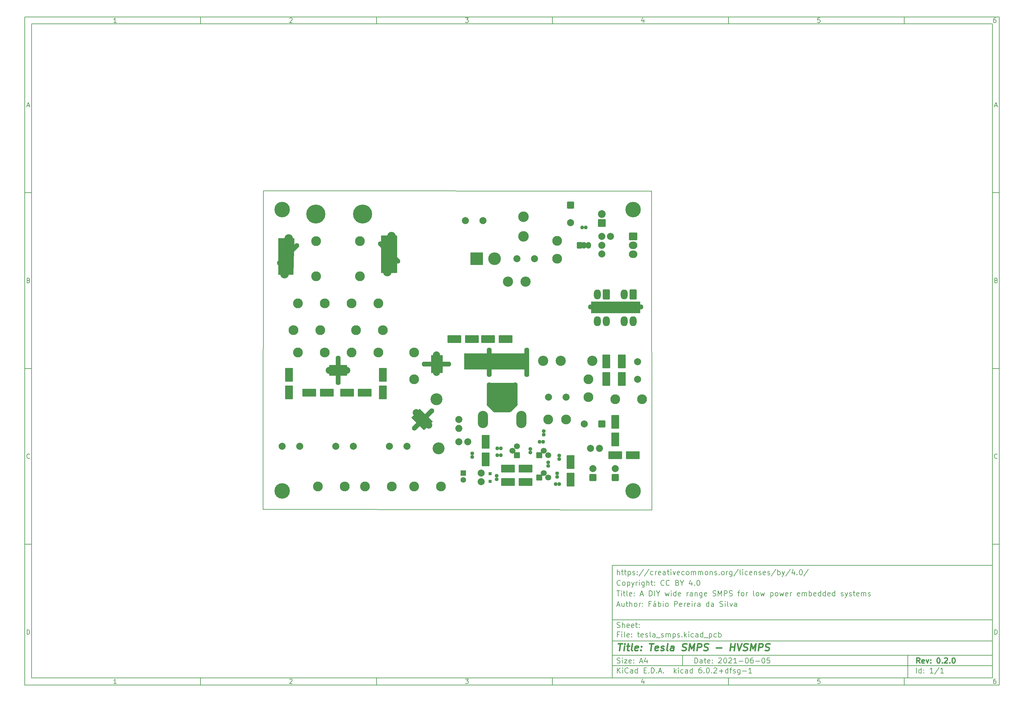
<source format=gbr>
%TF.GenerationSoftware,KiCad,Pcbnew,6.0.2+dfsg-1*%
%TF.CreationDate,2024-06-16T14:38:52-03:00*%
%TF.ProjectId,tesla_smps,7465736c-615f-4736-9d70-732e6b696361,0.2.0*%
%TF.SameCoordinates,Original*%
%TF.FileFunction,Soldermask,Bot*%
%TF.FilePolarity,Negative*%
%FSLAX46Y46*%
G04 Gerber Fmt 4.6, Leading zero omitted, Abs format (unit mm)*
G04 Created by KiCad (PCBNEW 6.0.2+dfsg-1) date 2024-06-16 14:38:52*
%MOMM*%
%LPD*%
G01*
G04 APERTURE LIST*
G04 Aperture macros list*
%AMRoundRect*
0 Rectangle with rounded corners*
0 $1 Rounding radius*
0 $2 $3 $4 $5 $6 $7 $8 $9 X,Y pos of 4 corners*
0 Add a 4 corners polygon primitive as box body*
4,1,4,$2,$3,$4,$5,$6,$7,$8,$9,$2,$3,0*
0 Add four circle primitives for the rounded corners*
1,1,$1+$1,$2,$3*
1,1,$1+$1,$4,$5*
1,1,$1+$1,$6,$7*
1,1,$1+$1,$8,$9*
0 Add four rect primitives between the rounded corners*
20,1,$1+$1,$2,$3,$4,$5,0*
20,1,$1+$1,$4,$5,$6,$7,0*
20,1,$1+$1,$6,$7,$8,$9,0*
20,1,$1+$1,$8,$9,$2,$3,0*%
%AMHorizOval*
0 Thick line with rounded ends*
0 $1 width*
0 $2 $3 position (X,Y) of the first rounded end (center of the circle)*
0 $4 $5 position (X,Y) of the second rounded end (center of the circle)*
0 Add line between two ends*
20,1,$1,$2,$3,$4,$5,0*
0 Add two circle primitives to create the rounded ends*
1,1,$1,$2,$3*
1,1,$1,$4,$5*%
G04 Aperture macros list end*
%ADD10C,0.100000*%
%ADD11C,0.150000*%
%ADD12C,0.300000*%
%ADD13C,0.400000*%
%TA.AperFunction,Profile*%
%ADD14C,0.150000*%
%TD*%
%ADD15RoundRect,0.200000X-0.800000X0.800000X-0.800000X-0.800000X0.800000X-0.800000X0.800000X0.800000X0*%
%ADD16C,2.000000*%
%ADD17RoundRect,0.200000X0.800000X-0.800000X0.800000X0.800000X-0.800000X0.800000X-0.800000X-0.800000X0*%
%ADD18RoundRect,0.200000X0.800000X0.800000X-0.800000X0.800000X-0.800000X-0.800000X0.800000X-0.800000X0*%
%ADD19RoundRect,0.200000X-0.600000X0.600000X-0.600000X-0.600000X0.600000X-0.600000X0.600000X0.600000X0*%
%ADD20C,1.600000*%
%ADD21RoundRect,0.200000X-1.600000X-1.600000X1.600000X-1.600000X1.600000X1.600000X-1.600000X1.600000X0*%
%ADD22O,3.600000X3.600000*%
%ADD23RoundRect,0.200000X0.900000X-0.900000X0.900000X0.900000X-0.900000X0.900000X-0.900000X-0.900000X0*%
%ADD24C,2.200000*%
%ADD25RoundRect,0.200000X-0.650000X-0.650000X0.650000X-0.650000X0.650000X0.650000X-0.650000X0.650000X0*%
%ADD26C,1.700000*%
%ADD27C,2.410000*%
%ADD28C,2.800000*%
%ADD29RoundRect,0.200000X-1.015000X-0.865000X1.015000X-0.865000X1.015000X0.865000X-1.015000X0.865000X0*%
%ADD30O,2.430000X2.130000*%
%ADD31C,3.000000*%
%ADD32C,5.400000*%
%ADD33O,2.800000X2.800000*%
%ADD34O,2.000000X2.000000*%
%ADD35RoundRect,0.200000X-0.525000X-0.750000X0.525000X-0.750000X0.525000X0.750000X-0.525000X0.750000X0*%
%ADD36O,1.450000X1.900000*%
%ADD37O,5.400000X1.400000*%
%ADD38O,1.400000X6.900000*%
%ADD39HorizOval,1.400000X-0.795495X0.795495X0.795495X-0.795495X0*%
%ADD40HorizOval,1.400000X0.795495X0.795495X-0.795495X-0.795495X0*%
%ADD41O,2.900000X4.900000*%
%ADD42RoundRect,0.200000X0.650000X-0.650000X0.650000X0.650000X-0.650000X0.650000X-0.650000X-0.650000X0*%
%ADD43C,3.400000*%
%ADD44RoundRect,0.200000X-0.800000X1.200000X-0.800000X-1.200000X0.800000X-1.200000X0.800000X1.200000X0*%
%ADD45O,2.000000X2.800000*%
%ADD46C,4.400000*%
%ADD47O,1.400000X8.400000*%
%ADD48O,8.400000X1.400000*%
%ADD49HorizOval,1.400000X2.474874X2.474874X-2.474874X-2.474874X0*%
%ADD50HorizOval,1.400000X-2.474874X2.474874X2.474874X-2.474874X0*%
%ADD51C,2.900000*%
%ADD52RoundRect,0.200000X0.900000X-1.750000X0.900000X1.750000X-0.900000X1.750000X-0.900000X-1.750000X0*%
%ADD53RoundRect,0.200000X-1.750000X-0.900000X1.750000X-0.900000X1.750000X0.900000X-1.750000X0.900000X0*%
%ADD54RoundRect,0.200000X1.750000X0.900000X-1.750000X0.900000X-1.750000X-0.900000X1.750000X-0.900000X0*%
%ADD55RoundRect,0.200000X-0.250000X0.250000X-0.250000X-0.250000X0.250000X-0.250000X0.250000X0.250000X0*%
%ADD56RoundRect,0.200000X-0.900000X1.750000X-0.900000X-1.750000X0.900000X-1.750000X0.900000X1.750000X0*%
%ADD57RoundRect,0.335000X-0.135000X-0.185000X0.135000X-0.185000X0.135000X0.185000X-0.135000X0.185000X0*%
%ADD58RoundRect,0.335000X0.135000X0.185000X-0.135000X0.185000X-0.135000X-0.185000X0.135000X-0.185000X0*%
%ADD59RoundRect,0.335000X-0.185000X0.135000X-0.185000X-0.135000X0.185000X-0.135000X0.185000X0.135000X0*%
%ADD60RoundRect,0.335000X0.185000X-0.135000X0.185000X0.135000X-0.185000X0.135000X-0.185000X-0.135000X0*%
G04 APERTURE END LIST*
D10*
D11*
X177002200Y-166007200D02*
X177002200Y-198007200D01*
X285002200Y-198007200D01*
X285002200Y-166007200D01*
X177002200Y-166007200D01*
D10*
D11*
X10000000Y-10000000D02*
X10000000Y-200007200D01*
X287002200Y-200007200D01*
X287002200Y-10000000D01*
X10000000Y-10000000D01*
D10*
D11*
X12000000Y-12000000D02*
X12000000Y-198007200D01*
X285002200Y-198007200D01*
X285002200Y-12000000D01*
X12000000Y-12000000D01*
D10*
D11*
X60000000Y-12000000D02*
X60000000Y-10000000D01*
D10*
D11*
X110000000Y-12000000D02*
X110000000Y-10000000D01*
D10*
D11*
X160000000Y-12000000D02*
X160000000Y-10000000D01*
D10*
D11*
X210000000Y-12000000D02*
X210000000Y-10000000D01*
D10*
D11*
X260000000Y-12000000D02*
X260000000Y-10000000D01*
D10*
D11*
X36065476Y-11588095D02*
X35322619Y-11588095D01*
X35694047Y-11588095D02*
X35694047Y-10288095D01*
X35570238Y-10473809D01*
X35446428Y-10597619D01*
X35322619Y-10659523D01*
D10*
D11*
X85322619Y-10411904D02*
X85384523Y-10350000D01*
X85508333Y-10288095D01*
X85817857Y-10288095D01*
X85941666Y-10350000D01*
X86003571Y-10411904D01*
X86065476Y-10535714D01*
X86065476Y-10659523D01*
X86003571Y-10845238D01*
X85260714Y-11588095D01*
X86065476Y-11588095D01*
D10*
D11*
X135260714Y-10288095D02*
X136065476Y-10288095D01*
X135632142Y-10783333D01*
X135817857Y-10783333D01*
X135941666Y-10845238D01*
X136003571Y-10907142D01*
X136065476Y-11030952D01*
X136065476Y-11340476D01*
X136003571Y-11464285D01*
X135941666Y-11526190D01*
X135817857Y-11588095D01*
X135446428Y-11588095D01*
X135322619Y-11526190D01*
X135260714Y-11464285D01*
D10*
D11*
X185941666Y-10721428D02*
X185941666Y-11588095D01*
X185632142Y-10226190D02*
X185322619Y-11154761D01*
X186127380Y-11154761D01*
D10*
D11*
X236003571Y-10288095D02*
X235384523Y-10288095D01*
X235322619Y-10907142D01*
X235384523Y-10845238D01*
X235508333Y-10783333D01*
X235817857Y-10783333D01*
X235941666Y-10845238D01*
X236003571Y-10907142D01*
X236065476Y-11030952D01*
X236065476Y-11340476D01*
X236003571Y-11464285D01*
X235941666Y-11526190D01*
X235817857Y-11588095D01*
X235508333Y-11588095D01*
X235384523Y-11526190D01*
X235322619Y-11464285D01*
D10*
D11*
X285941666Y-10288095D02*
X285694047Y-10288095D01*
X285570238Y-10350000D01*
X285508333Y-10411904D01*
X285384523Y-10597619D01*
X285322619Y-10845238D01*
X285322619Y-11340476D01*
X285384523Y-11464285D01*
X285446428Y-11526190D01*
X285570238Y-11588095D01*
X285817857Y-11588095D01*
X285941666Y-11526190D01*
X286003571Y-11464285D01*
X286065476Y-11340476D01*
X286065476Y-11030952D01*
X286003571Y-10907142D01*
X285941666Y-10845238D01*
X285817857Y-10783333D01*
X285570238Y-10783333D01*
X285446428Y-10845238D01*
X285384523Y-10907142D01*
X285322619Y-11030952D01*
D10*
D11*
X60000000Y-198007200D02*
X60000000Y-200007200D01*
D10*
D11*
X110000000Y-198007200D02*
X110000000Y-200007200D01*
D10*
D11*
X160000000Y-198007200D02*
X160000000Y-200007200D01*
D10*
D11*
X210000000Y-198007200D02*
X210000000Y-200007200D01*
D10*
D11*
X260000000Y-198007200D02*
X260000000Y-200007200D01*
D10*
D11*
X36065476Y-199595295D02*
X35322619Y-199595295D01*
X35694047Y-199595295D02*
X35694047Y-198295295D01*
X35570238Y-198481009D01*
X35446428Y-198604819D01*
X35322619Y-198666723D01*
D10*
D11*
X85322619Y-198419104D02*
X85384523Y-198357200D01*
X85508333Y-198295295D01*
X85817857Y-198295295D01*
X85941666Y-198357200D01*
X86003571Y-198419104D01*
X86065476Y-198542914D01*
X86065476Y-198666723D01*
X86003571Y-198852438D01*
X85260714Y-199595295D01*
X86065476Y-199595295D01*
D10*
D11*
X135260714Y-198295295D02*
X136065476Y-198295295D01*
X135632142Y-198790533D01*
X135817857Y-198790533D01*
X135941666Y-198852438D01*
X136003571Y-198914342D01*
X136065476Y-199038152D01*
X136065476Y-199347676D01*
X136003571Y-199471485D01*
X135941666Y-199533390D01*
X135817857Y-199595295D01*
X135446428Y-199595295D01*
X135322619Y-199533390D01*
X135260714Y-199471485D01*
D10*
D11*
X185941666Y-198728628D02*
X185941666Y-199595295D01*
X185632142Y-198233390D02*
X185322619Y-199161961D01*
X186127380Y-199161961D01*
D10*
D11*
X236003571Y-198295295D02*
X235384523Y-198295295D01*
X235322619Y-198914342D01*
X235384523Y-198852438D01*
X235508333Y-198790533D01*
X235817857Y-198790533D01*
X235941666Y-198852438D01*
X236003571Y-198914342D01*
X236065476Y-199038152D01*
X236065476Y-199347676D01*
X236003571Y-199471485D01*
X235941666Y-199533390D01*
X235817857Y-199595295D01*
X235508333Y-199595295D01*
X235384523Y-199533390D01*
X235322619Y-199471485D01*
D10*
D11*
X285941666Y-198295295D02*
X285694047Y-198295295D01*
X285570238Y-198357200D01*
X285508333Y-198419104D01*
X285384523Y-198604819D01*
X285322619Y-198852438D01*
X285322619Y-199347676D01*
X285384523Y-199471485D01*
X285446428Y-199533390D01*
X285570238Y-199595295D01*
X285817857Y-199595295D01*
X285941666Y-199533390D01*
X286003571Y-199471485D01*
X286065476Y-199347676D01*
X286065476Y-199038152D01*
X286003571Y-198914342D01*
X285941666Y-198852438D01*
X285817857Y-198790533D01*
X285570238Y-198790533D01*
X285446428Y-198852438D01*
X285384523Y-198914342D01*
X285322619Y-199038152D01*
D10*
D11*
X10000000Y-60000000D02*
X12000000Y-60000000D01*
D10*
D11*
X10000000Y-110000000D02*
X12000000Y-110000000D01*
D10*
D11*
X10000000Y-160000000D02*
X12000000Y-160000000D01*
D10*
D11*
X10690476Y-35216666D02*
X11309523Y-35216666D01*
X10566666Y-35588095D02*
X11000000Y-34288095D01*
X11433333Y-35588095D01*
D10*
D11*
X11092857Y-84907142D02*
X11278571Y-84969047D01*
X11340476Y-85030952D01*
X11402380Y-85154761D01*
X11402380Y-85340476D01*
X11340476Y-85464285D01*
X11278571Y-85526190D01*
X11154761Y-85588095D01*
X10659523Y-85588095D01*
X10659523Y-84288095D01*
X11092857Y-84288095D01*
X11216666Y-84350000D01*
X11278571Y-84411904D01*
X11340476Y-84535714D01*
X11340476Y-84659523D01*
X11278571Y-84783333D01*
X11216666Y-84845238D01*
X11092857Y-84907142D01*
X10659523Y-84907142D01*
D10*
D11*
X11402380Y-135464285D02*
X11340476Y-135526190D01*
X11154761Y-135588095D01*
X11030952Y-135588095D01*
X10845238Y-135526190D01*
X10721428Y-135402380D01*
X10659523Y-135278571D01*
X10597619Y-135030952D01*
X10597619Y-134845238D01*
X10659523Y-134597619D01*
X10721428Y-134473809D01*
X10845238Y-134350000D01*
X11030952Y-134288095D01*
X11154761Y-134288095D01*
X11340476Y-134350000D01*
X11402380Y-134411904D01*
D10*
D11*
X10659523Y-185588095D02*
X10659523Y-184288095D01*
X10969047Y-184288095D01*
X11154761Y-184350000D01*
X11278571Y-184473809D01*
X11340476Y-184597619D01*
X11402380Y-184845238D01*
X11402380Y-185030952D01*
X11340476Y-185278571D01*
X11278571Y-185402380D01*
X11154761Y-185526190D01*
X10969047Y-185588095D01*
X10659523Y-185588095D01*
D10*
D11*
X287002200Y-60000000D02*
X285002200Y-60000000D01*
D10*
D11*
X287002200Y-110000000D02*
X285002200Y-110000000D01*
D10*
D11*
X287002200Y-160000000D02*
X285002200Y-160000000D01*
D10*
D11*
X285692676Y-35216666D02*
X286311723Y-35216666D01*
X285568866Y-35588095D02*
X286002200Y-34288095D01*
X286435533Y-35588095D01*
D10*
D11*
X286095057Y-84907142D02*
X286280771Y-84969047D01*
X286342676Y-85030952D01*
X286404580Y-85154761D01*
X286404580Y-85340476D01*
X286342676Y-85464285D01*
X286280771Y-85526190D01*
X286156961Y-85588095D01*
X285661723Y-85588095D01*
X285661723Y-84288095D01*
X286095057Y-84288095D01*
X286218866Y-84350000D01*
X286280771Y-84411904D01*
X286342676Y-84535714D01*
X286342676Y-84659523D01*
X286280771Y-84783333D01*
X286218866Y-84845238D01*
X286095057Y-84907142D01*
X285661723Y-84907142D01*
D10*
D11*
X286404580Y-135464285D02*
X286342676Y-135526190D01*
X286156961Y-135588095D01*
X286033152Y-135588095D01*
X285847438Y-135526190D01*
X285723628Y-135402380D01*
X285661723Y-135278571D01*
X285599819Y-135030952D01*
X285599819Y-134845238D01*
X285661723Y-134597619D01*
X285723628Y-134473809D01*
X285847438Y-134350000D01*
X286033152Y-134288095D01*
X286156961Y-134288095D01*
X286342676Y-134350000D01*
X286404580Y-134411904D01*
D10*
D11*
X285661723Y-185588095D02*
X285661723Y-184288095D01*
X285971247Y-184288095D01*
X286156961Y-184350000D01*
X286280771Y-184473809D01*
X286342676Y-184597619D01*
X286404580Y-184845238D01*
X286404580Y-185030952D01*
X286342676Y-185278571D01*
X286280771Y-185402380D01*
X286156961Y-185526190D01*
X285971247Y-185588095D01*
X285661723Y-185588095D01*
D10*
D11*
X200434342Y-193785771D02*
X200434342Y-192285771D01*
X200791485Y-192285771D01*
X201005771Y-192357200D01*
X201148628Y-192500057D01*
X201220057Y-192642914D01*
X201291485Y-192928628D01*
X201291485Y-193142914D01*
X201220057Y-193428628D01*
X201148628Y-193571485D01*
X201005771Y-193714342D01*
X200791485Y-193785771D01*
X200434342Y-193785771D01*
X202577200Y-193785771D02*
X202577200Y-193000057D01*
X202505771Y-192857200D01*
X202362914Y-192785771D01*
X202077200Y-192785771D01*
X201934342Y-192857200D01*
X202577200Y-193714342D02*
X202434342Y-193785771D01*
X202077200Y-193785771D01*
X201934342Y-193714342D01*
X201862914Y-193571485D01*
X201862914Y-193428628D01*
X201934342Y-193285771D01*
X202077200Y-193214342D01*
X202434342Y-193214342D01*
X202577200Y-193142914D01*
X203077200Y-192785771D02*
X203648628Y-192785771D01*
X203291485Y-192285771D02*
X203291485Y-193571485D01*
X203362914Y-193714342D01*
X203505771Y-193785771D01*
X203648628Y-193785771D01*
X204720057Y-193714342D02*
X204577200Y-193785771D01*
X204291485Y-193785771D01*
X204148628Y-193714342D01*
X204077200Y-193571485D01*
X204077200Y-193000057D01*
X204148628Y-192857200D01*
X204291485Y-192785771D01*
X204577200Y-192785771D01*
X204720057Y-192857200D01*
X204791485Y-193000057D01*
X204791485Y-193142914D01*
X204077200Y-193285771D01*
X205434342Y-193642914D02*
X205505771Y-193714342D01*
X205434342Y-193785771D01*
X205362914Y-193714342D01*
X205434342Y-193642914D01*
X205434342Y-193785771D01*
X205434342Y-192857200D02*
X205505771Y-192928628D01*
X205434342Y-193000057D01*
X205362914Y-192928628D01*
X205434342Y-192857200D01*
X205434342Y-193000057D01*
X207220057Y-192428628D02*
X207291485Y-192357200D01*
X207434342Y-192285771D01*
X207791485Y-192285771D01*
X207934342Y-192357200D01*
X208005771Y-192428628D01*
X208077200Y-192571485D01*
X208077200Y-192714342D01*
X208005771Y-192928628D01*
X207148628Y-193785771D01*
X208077200Y-193785771D01*
X209005771Y-192285771D02*
X209148628Y-192285771D01*
X209291485Y-192357200D01*
X209362914Y-192428628D01*
X209434342Y-192571485D01*
X209505771Y-192857200D01*
X209505771Y-193214342D01*
X209434342Y-193500057D01*
X209362914Y-193642914D01*
X209291485Y-193714342D01*
X209148628Y-193785771D01*
X209005771Y-193785771D01*
X208862914Y-193714342D01*
X208791485Y-193642914D01*
X208720057Y-193500057D01*
X208648628Y-193214342D01*
X208648628Y-192857200D01*
X208720057Y-192571485D01*
X208791485Y-192428628D01*
X208862914Y-192357200D01*
X209005771Y-192285771D01*
X210077200Y-192428628D02*
X210148628Y-192357200D01*
X210291485Y-192285771D01*
X210648628Y-192285771D01*
X210791485Y-192357200D01*
X210862914Y-192428628D01*
X210934342Y-192571485D01*
X210934342Y-192714342D01*
X210862914Y-192928628D01*
X210005771Y-193785771D01*
X210934342Y-193785771D01*
X212362914Y-193785771D02*
X211505771Y-193785771D01*
X211934342Y-193785771D02*
X211934342Y-192285771D01*
X211791485Y-192500057D01*
X211648628Y-192642914D01*
X211505771Y-192714342D01*
X213005771Y-193214342D02*
X214148628Y-193214342D01*
X215148628Y-192285771D02*
X215291485Y-192285771D01*
X215434342Y-192357200D01*
X215505771Y-192428628D01*
X215577200Y-192571485D01*
X215648628Y-192857200D01*
X215648628Y-193214342D01*
X215577200Y-193500057D01*
X215505771Y-193642914D01*
X215434342Y-193714342D01*
X215291485Y-193785771D01*
X215148628Y-193785771D01*
X215005771Y-193714342D01*
X214934342Y-193642914D01*
X214862914Y-193500057D01*
X214791485Y-193214342D01*
X214791485Y-192857200D01*
X214862914Y-192571485D01*
X214934342Y-192428628D01*
X215005771Y-192357200D01*
X215148628Y-192285771D01*
X216934342Y-192285771D02*
X216648628Y-192285771D01*
X216505771Y-192357200D01*
X216434342Y-192428628D01*
X216291485Y-192642914D01*
X216220057Y-192928628D01*
X216220057Y-193500057D01*
X216291485Y-193642914D01*
X216362914Y-193714342D01*
X216505771Y-193785771D01*
X216791485Y-193785771D01*
X216934342Y-193714342D01*
X217005771Y-193642914D01*
X217077200Y-193500057D01*
X217077200Y-193142914D01*
X217005771Y-193000057D01*
X216934342Y-192928628D01*
X216791485Y-192857200D01*
X216505771Y-192857200D01*
X216362914Y-192928628D01*
X216291485Y-193000057D01*
X216220057Y-193142914D01*
X217720057Y-193214342D02*
X218862914Y-193214342D01*
X219862914Y-192285771D02*
X220005771Y-192285771D01*
X220148628Y-192357200D01*
X220220057Y-192428628D01*
X220291485Y-192571485D01*
X220362914Y-192857200D01*
X220362914Y-193214342D01*
X220291485Y-193500057D01*
X220220057Y-193642914D01*
X220148628Y-193714342D01*
X220005771Y-193785771D01*
X219862914Y-193785771D01*
X219720057Y-193714342D01*
X219648628Y-193642914D01*
X219577200Y-193500057D01*
X219505771Y-193214342D01*
X219505771Y-192857200D01*
X219577200Y-192571485D01*
X219648628Y-192428628D01*
X219720057Y-192357200D01*
X219862914Y-192285771D01*
X221720057Y-192285771D02*
X221005771Y-192285771D01*
X220934342Y-193000057D01*
X221005771Y-192928628D01*
X221148628Y-192857200D01*
X221505771Y-192857200D01*
X221648628Y-192928628D01*
X221720057Y-193000057D01*
X221791485Y-193142914D01*
X221791485Y-193500057D01*
X221720057Y-193642914D01*
X221648628Y-193714342D01*
X221505771Y-193785771D01*
X221148628Y-193785771D01*
X221005771Y-193714342D01*
X220934342Y-193642914D01*
D10*
D11*
X177002200Y-194507200D02*
X285002200Y-194507200D01*
D10*
D11*
X178434342Y-196585771D02*
X178434342Y-195085771D01*
X179291485Y-196585771D02*
X178648628Y-195728628D01*
X179291485Y-195085771D02*
X178434342Y-195942914D01*
X179934342Y-196585771D02*
X179934342Y-195585771D01*
X179934342Y-195085771D02*
X179862914Y-195157200D01*
X179934342Y-195228628D01*
X180005771Y-195157200D01*
X179934342Y-195085771D01*
X179934342Y-195228628D01*
X181505771Y-196442914D02*
X181434342Y-196514342D01*
X181220057Y-196585771D01*
X181077200Y-196585771D01*
X180862914Y-196514342D01*
X180720057Y-196371485D01*
X180648628Y-196228628D01*
X180577200Y-195942914D01*
X180577200Y-195728628D01*
X180648628Y-195442914D01*
X180720057Y-195300057D01*
X180862914Y-195157200D01*
X181077200Y-195085771D01*
X181220057Y-195085771D01*
X181434342Y-195157200D01*
X181505771Y-195228628D01*
X182791485Y-196585771D02*
X182791485Y-195800057D01*
X182720057Y-195657200D01*
X182577200Y-195585771D01*
X182291485Y-195585771D01*
X182148628Y-195657200D01*
X182791485Y-196514342D02*
X182648628Y-196585771D01*
X182291485Y-196585771D01*
X182148628Y-196514342D01*
X182077200Y-196371485D01*
X182077200Y-196228628D01*
X182148628Y-196085771D01*
X182291485Y-196014342D01*
X182648628Y-196014342D01*
X182791485Y-195942914D01*
X184148628Y-196585771D02*
X184148628Y-195085771D01*
X184148628Y-196514342D02*
X184005771Y-196585771D01*
X183720057Y-196585771D01*
X183577200Y-196514342D01*
X183505771Y-196442914D01*
X183434342Y-196300057D01*
X183434342Y-195871485D01*
X183505771Y-195728628D01*
X183577200Y-195657200D01*
X183720057Y-195585771D01*
X184005771Y-195585771D01*
X184148628Y-195657200D01*
X186005771Y-195800057D02*
X186505771Y-195800057D01*
X186720057Y-196585771D02*
X186005771Y-196585771D01*
X186005771Y-195085771D01*
X186720057Y-195085771D01*
X187362914Y-196442914D02*
X187434342Y-196514342D01*
X187362914Y-196585771D01*
X187291485Y-196514342D01*
X187362914Y-196442914D01*
X187362914Y-196585771D01*
X188077200Y-196585771D02*
X188077200Y-195085771D01*
X188434342Y-195085771D01*
X188648628Y-195157200D01*
X188791485Y-195300057D01*
X188862914Y-195442914D01*
X188934342Y-195728628D01*
X188934342Y-195942914D01*
X188862914Y-196228628D01*
X188791485Y-196371485D01*
X188648628Y-196514342D01*
X188434342Y-196585771D01*
X188077200Y-196585771D01*
X189577200Y-196442914D02*
X189648628Y-196514342D01*
X189577200Y-196585771D01*
X189505771Y-196514342D01*
X189577200Y-196442914D01*
X189577200Y-196585771D01*
X190220057Y-196157200D02*
X190934342Y-196157200D01*
X190077200Y-196585771D02*
X190577200Y-195085771D01*
X191077200Y-196585771D01*
X191577200Y-196442914D02*
X191648628Y-196514342D01*
X191577200Y-196585771D01*
X191505771Y-196514342D01*
X191577200Y-196442914D01*
X191577200Y-196585771D01*
X194577200Y-196585771D02*
X194577200Y-195085771D01*
X194720057Y-196014342D02*
X195148628Y-196585771D01*
X195148628Y-195585771D02*
X194577200Y-196157200D01*
X195791485Y-196585771D02*
X195791485Y-195585771D01*
X195791485Y-195085771D02*
X195720057Y-195157200D01*
X195791485Y-195228628D01*
X195862914Y-195157200D01*
X195791485Y-195085771D01*
X195791485Y-195228628D01*
X197148628Y-196514342D02*
X197005771Y-196585771D01*
X196720057Y-196585771D01*
X196577200Y-196514342D01*
X196505771Y-196442914D01*
X196434342Y-196300057D01*
X196434342Y-195871485D01*
X196505771Y-195728628D01*
X196577200Y-195657200D01*
X196720057Y-195585771D01*
X197005771Y-195585771D01*
X197148628Y-195657200D01*
X198434342Y-196585771D02*
X198434342Y-195800057D01*
X198362914Y-195657200D01*
X198220057Y-195585771D01*
X197934342Y-195585771D01*
X197791485Y-195657200D01*
X198434342Y-196514342D02*
X198291485Y-196585771D01*
X197934342Y-196585771D01*
X197791485Y-196514342D01*
X197720057Y-196371485D01*
X197720057Y-196228628D01*
X197791485Y-196085771D01*
X197934342Y-196014342D01*
X198291485Y-196014342D01*
X198434342Y-195942914D01*
X199791485Y-196585771D02*
X199791485Y-195085771D01*
X199791485Y-196514342D02*
X199648628Y-196585771D01*
X199362914Y-196585771D01*
X199220057Y-196514342D01*
X199148628Y-196442914D01*
X199077200Y-196300057D01*
X199077200Y-195871485D01*
X199148628Y-195728628D01*
X199220057Y-195657200D01*
X199362914Y-195585771D01*
X199648628Y-195585771D01*
X199791485Y-195657200D01*
X202291485Y-195085771D02*
X202005771Y-195085771D01*
X201862914Y-195157200D01*
X201791485Y-195228628D01*
X201648628Y-195442914D01*
X201577200Y-195728628D01*
X201577200Y-196300057D01*
X201648628Y-196442914D01*
X201720057Y-196514342D01*
X201862914Y-196585771D01*
X202148628Y-196585771D01*
X202291485Y-196514342D01*
X202362914Y-196442914D01*
X202434342Y-196300057D01*
X202434342Y-195942914D01*
X202362914Y-195800057D01*
X202291485Y-195728628D01*
X202148628Y-195657200D01*
X201862914Y-195657200D01*
X201720057Y-195728628D01*
X201648628Y-195800057D01*
X201577200Y-195942914D01*
X203077200Y-196442914D02*
X203148628Y-196514342D01*
X203077200Y-196585771D01*
X203005771Y-196514342D01*
X203077200Y-196442914D01*
X203077200Y-196585771D01*
X204077200Y-195085771D02*
X204220057Y-195085771D01*
X204362914Y-195157200D01*
X204434342Y-195228628D01*
X204505771Y-195371485D01*
X204577200Y-195657200D01*
X204577200Y-196014342D01*
X204505771Y-196300057D01*
X204434342Y-196442914D01*
X204362914Y-196514342D01*
X204220057Y-196585771D01*
X204077200Y-196585771D01*
X203934342Y-196514342D01*
X203862914Y-196442914D01*
X203791485Y-196300057D01*
X203720057Y-196014342D01*
X203720057Y-195657200D01*
X203791485Y-195371485D01*
X203862914Y-195228628D01*
X203934342Y-195157200D01*
X204077200Y-195085771D01*
X205220057Y-196442914D02*
X205291485Y-196514342D01*
X205220057Y-196585771D01*
X205148628Y-196514342D01*
X205220057Y-196442914D01*
X205220057Y-196585771D01*
X205862914Y-195228628D02*
X205934342Y-195157200D01*
X206077200Y-195085771D01*
X206434342Y-195085771D01*
X206577200Y-195157200D01*
X206648628Y-195228628D01*
X206720057Y-195371485D01*
X206720057Y-195514342D01*
X206648628Y-195728628D01*
X205791485Y-196585771D01*
X206720057Y-196585771D01*
X207362914Y-196014342D02*
X208505771Y-196014342D01*
X207934342Y-196585771D02*
X207934342Y-195442914D01*
X209862914Y-196585771D02*
X209862914Y-195085771D01*
X209862914Y-196514342D02*
X209720057Y-196585771D01*
X209434342Y-196585771D01*
X209291485Y-196514342D01*
X209220057Y-196442914D01*
X209148628Y-196300057D01*
X209148628Y-195871485D01*
X209220057Y-195728628D01*
X209291485Y-195657200D01*
X209434342Y-195585771D01*
X209720057Y-195585771D01*
X209862914Y-195657200D01*
X210362914Y-195585771D02*
X210934342Y-195585771D01*
X210577200Y-196585771D02*
X210577200Y-195300057D01*
X210648628Y-195157200D01*
X210791485Y-195085771D01*
X210934342Y-195085771D01*
X211362914Y-196514342D02*
X211505771Y-196585771D01*
X211791485Y-196585771D01*
X211934342Y-196514342D01*
X212005771Y-196371485D01*
X212005771Y-196300057D01*
X211934342Y-196157200D01*
X211791485Y-196085771D01*
X211577200Y-196085771D01*
X211434342Y-196014342D01*
X211362914Y-195871485D01*
X211362914Y-195800057D01*
X211434342Y-195657200D01*
X211577200Y-195585771D01*
X211791485Y-195585771D01*
X211934342Y-195657200D01*
X213291485Y-195585771D02*
X213291485Y-196800057D01*
X213220057Y-196942914D01*
X213148628Y-197014342D01*
X213005771Y-197085771D01*
X212791485Y-197085771D01*
X212648628Y-197014342D01*
X213291485Y-196514342D02*
X213148628Y-196585771D01*
X212862914Y-196585771D01*
X212720057Y-196514342D01*
X212648628Y-196442914D01*
X212577200Y-196300057D01*
X212577200Y-195871485D01*
X212648628Y-195728628D01*
X212720057Y-195657200D01*
X212862914Y-195585771D01*
X213148628Y-195585771D01*
X213291485Y-195657200D01*
X214005771Y-196014342D02*
X215148628Y-196014342D01*
X216648628Y-196585771D02*
X215791485Y-196585771D01*
X216220057Y-196585771D02*
X216220057Y-195085771D01*
X216077200Y-195300057D01*
X215934342Y-195442914D01*
X215791485Y-195514342D01*
D10*
D11*
X177002200Y-191507200D02*
X285002200Y-191507200D01*
D10*
D12*
X264411485Y-193785771D02*
X263911485Y-193071485D01*
X263554342Y-193785771D02*
X263554342Y-192285771D01*
X264125771Y-192285771D01*
X264268628Y-192357200D01*
X264340057Y-192428628D01*
X264411485Y-192571485D01*
X264411485Y-192785771D01*
X264340057Y-192928628D01*
X264268628Y-193000057D01*
X264125771Y-193071485D01*
X263554342Y-193071485D01*
X265625771Y-193714342D02*
X265482914Y-193785771D01*
X265197200Y-193785771D01*
X265054342Y-193714342D01*
X264982914Y-193571485D01*
X264982914Y-193000057D01*
X265054342Y-192857200D01*
X265197200Y-192785771D01*
X265482914Y-192785771D01*
X265625771Y-192857200D01*
X265697200Y-193000057D01*
X265697200Y-193142914D01*
X264982914Y-193285771D01*
X266197200Y-192785771D02*
X266554342Y-193785771D01*
X266911485Y-192785771D01*
X267482914Y-193642914D02*
X267554342Y-193714342D01*
X267482914Y-193785771D01*
X267411485Y-193714342D01*
X267482914Y-193642914D01*
X267482914Y-193785771D01*
X267482914Y-192857200D02*
X267554342Y-192928628D01*
X267482914Y-193000057D01*
X267411485Y-192928628D01*
X267482914Y-192857200D01*
X267482914Y-193000057D01*
X269625771Y-192285771D02*
X269768628Y-192285771D01*
X269911485Y-192357200D01*
X269982914Y-192428628D01*
X270054342Y-192571485D01*
X270125771Y-192857200D01*
X270125771Y-193214342D01*
X270054342Y-193500057D01*
X269982914Y-193642914D01*
X269911485Y-193714342D01*
X269768628Y-193785771D01*
X269625771Y-193785771D01*
X269482914Y-193714342D01*
X269411485Y-193642914D01*
X269340057Y-193500057D01*
X269268628Y-193214342D01*
X269268628Y-192857200D01*
X269340057Y-192571485D01*
X269411485Y-192428628D01*
X269482914Y-192357200D01*
X269625771Y-192285771D01*
X270768628Y-193642914D02*
X270840057Y-193714342D01*
X270768628Y-193785771D01*
X270697200Y-193714342D01*
X270768628Y-193642914D01*
X270768628Y-193785771D01*
X271411485Y-192428628D02*
X271482914Y-192357200D01*
X271625771Y-192285771D01*
X271982914Y-192285771D01*
X272125771Y-192357200D01*
X272197200Y-192428628D01*
X272268628Y-192571485D01*
X272268628Y-192714342D01*
X272197200Y-192928628D01*
X271340057Y-193785771D01*
X272268628Y-193785771D01*
X272911485Y-193642914D02*
X272982914Y-193714342D01*
X272911485Y-193785771D01*
X272840057Y-193714342D01*
X272911485Y-193642914D01*
X272911485Y-193785771D01*
X273911485Y-192285771D02*
X274054342Y-192285771D01*
X274197200Y-192357200D01*
X274268628Y-192428628D01*
X274340057Y-192571485D01*
X274411485Y-192857200D01*
X274411485Y-193214342D01*
X274340057Y-193500057D01*
X274268628Y-193642914D01*
X274197200Y-193714342D01*
X274054342Y-193785771D01*
X273911485Y-193785771D01*
X273768628Y-193714342D01*
X273697200Y-193642914D01*
X273625771Y-193500057D01*
X273554342Y-193214342D01*
X273554342Y-192857200D01*
X273625771Y-192571485D01*
X273697200Y-192428628D01*
X273768628Y-192357200D01*
X273911485Y-192285771D01*
D10*
D11*
X178362914Y-193714342D02*
X178577200Y-193785771D01*
X178934342Y-193785771D01*
X179077200Y-193714342D01*
X179148628Y-193642914D01*
X179220057Y-193500057D01*
X179220057Y-193357200D01*
X179148628Y-193214342D01*
X179077200Y-193142914D01*
X178934342Y-193071485D01*
X178648628Y-193000057D01*
X178505771Y-192928628D01*
X178434342Y-192857200D01*
X178362914Y-192714342D01*
X178362914Y-192571485D01*
X178434342Y-192428628D01*
X178505771Y-192357200D01*
X178648628Y-192285771D01*
X179005771Y-192285771D01*
X179220057Y-192357200D01*
X179862914Y-193785771D02*
X179862914Y-192785771D01*
X179862914Y-192285771D02*
X179791485Y-192357200D01*
X179862914Y-192428628D01*
X179934342Y-192357200D01*
X179862914Y-192285771D01*
X179862914Y-192428628D01*
X180434342Y-192785771D02*
X181220057Y-192785771D01*
X180434342Y-193785771D01*
X181220057Y-193785771D01*
X182362914Y-193714342D02*
X182220057Y-193785771D01*
X181934342Y-193785771D01*
X181791485Y-193714342D01*
X181720057Y-193571485D01*
X181720057Y-193000057D01*
X181791485Y-192857200D01*
X181934342Y-192785771D01*
X182220057Y-192785771D01*
X182362914Y-192857200D01*
X182434342Y-193000057D01*
X182434342Y-193142914D01*
X181720057Y-193285771D01*
X183077200Y-193642914D02*
X183148628Y-193714342D01*
X183077200Y-193785771D01*
X183005771Y-193714342D01*
X183077200Y-193642914D01*
X183077200Y-193785771D01*
X183077200Y-192857200D02*
X183148628Y-192928628D01*
X183077200Y-193000057D01*
X183005771Y-192928628D01*
X183077200Y-192857200D01*
X183077200Y-193000057D01*
X184862914Y-193357200D02*
X185577200Y-193357200D01*
X184720057Y-193785771D02*
X185220057Y-192285771D01*
X185720057Y-193785771D01*
X186862914Y-192785771D02*
X186862914Y-193785771D01*
X186505771Y-192214342D02*
X186148628Y-193285771D01*
X187077200Y-193285771D01*
D10*
D11*
X263434342Y-196585771D02*
X263434342Y-195085771D01*
X264791485Y-196585771D02*
X264791485Y-195085771D01*
X264791485Y-196514342D02*
X264648628Y-196585771D01*
X264362914Y-196585771D01*
X264220057Y-196514342D01*
X264148628Y-196442914D01*
X264077200Y-196300057D01*
X264077200Y-195871485D01*
X264148628Y-195728628D01*
X264220057Y-195657200D01*
X264362914Y-195585771D01*
X264648628Y-195585771D01*
X264791485Y-195657200D01*
X265505771Y-196442914D02*
X265577200Y-196514342D01*
X265505771Y-196585771D01*
X265434342Y-196514342D01*
X265505771Y-196442914D01*
X265505771Y-196585771D01*
X265505771Y-195657200D02*
X265577200Y-195728628D01*
X265505771Y-195800057D01*
X265434342Y-195728628D01*
X265505771Y-195657200D01*
X265505771Y-195800057D01*
X268148628Y-196585771D02*
X267291485Y-196585771D01*
X267720057Y-196585771D02*
X267720057Y-195085771D01*
X267577200Y-195300057D01*
X267434342Y-195442914D01*
X267291485Y-195514342D01*
X269862914Y-195014342D02*
X268577200Y-196942914D01*
X271148628Y-196585771D02*
X270291485Y-196585771D01*
X270720057Y-196585771D02*
X270720057Y-195085771D01*
X270577200Y-195300057D01*
X270434342Y-195442914D01*
X270291485Y-195514342D01*
D10*
D11*
X177002200Y-187507200D02*
X285002200Y-187507200D01*
D10*
D13*
X178714580Y-188211961D02*
X179857438Y-188211961D01*
X179036009Y-190211961D02*
X179286009Y-188211961D01*
X180274104Y-190211961D02*
X180440771Y-188878628D01*
X180524104Y-188211961D02*
X180416961Y-188307200D01*
X180500295Y-188402438D01*
X180607438Y-188307200D01*
X180524104Y-188211961D01*
X180500295Y-188402438D01*
X181107438Y-188878628D02*
X181869342Y-188878628D01*
X181476485Y-188211961D02*
X181262200Y-189926247D01*
X181333628Y-190116723D01*
X181512200Y-190211961D01*
X181702676Y-190211961D01*
X182655057Y-190211961D02*
X182476485Y-190116723D01*
X182405057Y-189926247D01*
X182619342Y-188211961D01*
X184190771Y-190116723D02*
X183988390Y-190211961D01*
X183607438Y-190211961D01*
X183428866Y-190116723D01*
X183357438Y-189926247D01*
X183452676Y-189164342D01*
X183571723Y-188973866D01*
X183774104Y-188878628D01*
X184155057Y-188878628D01*
X184333628Y-188973866D01*
X184405057Y-189164342D01*
X184381247Y-189354819D01*
X183405057Y-189545295D01*
X185155057Y-190021485D02*
X185238390Y-190116723D01*
X185131247Y-190211961D01*
X185047914Y-190116723D01*
X185155057Y-190021485D01*
X185131247Y-190211961D01*
X185286009Y-188973866D02*
X185369342Y-189069104D01*
X185262200Y-189164342D01*
X185178866Y-189069104D01*
X185286009Y-188973866D01*
X185262200Y-189164342D01*
X187571723Y-188211961D02*
X188714580Y-188211961D01*
X187893152Y-190211961D02*
X188143152Y-188211961D01*
X189905057Y-190116723D02*
X189702676Y-190211961D01*
X189321723Y-190211961D01*
X189143152Y-190116723D01*
X189071723Y-189926247D01*
X189166961Y-189164342D01*
X189286009Y-188973866D01*
X189488390Y-188878628D01*
X189869342Y-188878628D01*
X190047914Y-188973866D01*
X190119342Y-189164342D01*
X190095533Y-189354819D01*
X189119342Y-189545295D01*
X190762200Y-190116723D02*
X190940771Y-190211961D01*
X191321723Y-190211961D01*
X191524104Y-190116723D01*
X191643152Y-189926247D01*
X191655057Y-189831009D01*
X191583628Y-189640533D01*
X191405057Y-189545295D01*
X191119342Y-189545295D01*
X190940771Y-189450057D01*
X190869342Y-189259580D01*
X190881247Y-189164342D01*
X191000295Y-188973866D01*
X191202676Y-188878628D01*
X191488390Y-188878628D01*
X191666961Y-188973866D01*
X192750295Y-190211961D02*
X192571723Y-190116723D01*
X192500295Y-189926247D01*
X192714580Y-188211961D01*
X194369342Y-190211961D02*
X194500295Y-189164342D01*
X194428866Y-188973866D01*
X194250295Y-188878628D01*
X193869342Y-188878628D01*
X193666961Y-188973866D01*
X194381247Y-190116723D02*
X194178866Y-190211961D01*
X193702676Y-190211961D01*
X193524104Y-190116723D01*
X193452676Y-189926247D01*
X193476485Y-189735771D01*
X193595533Y-189545295D01*
X193797914Y-189450057D01*
X194274104Y-189450057D01*
X194476485Y-189354819D01*
X196762200Y-190116723D02*
X197036009Y-190211961D01*
X197512200Y-190211961D01*
X197714580Y-190116723D01*
X197821723Y-190021485D01*
X197940771Y-189831009D01*
X197964580Y-189640533D01*
X197893152Y-189450057D01*
X197809819Y-189354819D01*
X197631247Y-189259580D01*
X197262200Y-189164342D01*
X197083628Y-189069104D01*
X197000295Y-188973866D01*
X196928866Y-188783390D01*
X196952676Y-188592914D01*
X197071723Y-188402438D01*
X197178866Y-188307200D01*
X197381247Y-188211961D01*
X197857438Y-188211961D01*
X198131247Y-188307200D01*
X198750295Y-190211961D02*
X199000295Y-188211961D01*
X199488390Y-189640533D01*
X200333628Y-188211961D01*
X200083628Y-190211961D01*
X201036009Y-190211961D02*
X201286009Y-188211961D01*
X202047914Y-188211961D01*
X202226485Y-188307200D01*
X202309819Y-188402438D01*
X202381247Y-188592914D01*
X202345533Y-188878628D01*
X202226485Y-189069104D01*
X202119342Y-189164342D01*
X201916961Y-189259580D01*
X201155057Y-189259580D01*
X202952676Y-190116723D02*
X203226485Y-190211961D01*
X203702676Y-190211961D01*
X203905057Y-190116723D01*
X204012200Y-190021485D01*
X204131247Y-189831009D01*
X204155057Y-189640533D01*
X204083628Y-189450057D01*
X204000295Y-189354819D01*
X203821723Y-189259580D01*
X203452676Y-189164342D01*
X203274104Y-189069104D01*
X203190771Y-188973866D01*
X203119342Y-188783390D01*
X203143152Y-188592914D01*
X203262200Y-188402438D01*
X203369342Y-188307200D01*
X203571723Y-188211961D01*
X204047914Y-188211961D01*
X204321723Y-188307200D01*
X206559819Y-189450057D02*
X208083628Y-189450057D01*
X210464580Y-190211961D02*
X210714580Y-188211961D01*
X210595533Y-189164342D02*
X211738390Y-189164342D01*
X211607438Y-190211961D02*
X211857438Y-188211961D01*
X212524104Y-188211961D02*
X212940771Y-190211961D01*
X213857438Y-188211961D01*
X214190771Y-190116723D02*
X214464580Y-190211961D01*
X214940771Y-190211961D01*
X215143152Y-190116723D01*
X215250295Y-190021485D01*
X215369342Y-189831009D01*
X215393152Y-189640533D01*
X215321723Y-189450057D01*
X215238390Y-189354819D01*
X215059819Y-189259580D01*
X214690771Y-189164342D01*
X214512200Y-189069104D01*
X214428866Y-188973866D01*
X214357438Y-188783390D01*
X214381247Y-188592914D01*
X214500295Y-188402438D01*
X214607438Y-188307200D01*
X214809819Y-188211961D01*
X215286009Y-188211961D01*
X215559819Y-188307200D01*
X216178866Y-190211961D02*
X216428866Y-188211961D01*
X216916961Y-189640533D01*
X217762200Y-188211961D01*
X217512200Y-190211961D01*
X218464580Y-190211961D02*
X218714580Y-188211961D01*
X219476485Y-188211961D01*
X219655057Y-188307200D01*
X219738390Y-188402438D01*
X219809819Y-188592914D01*
X219774104Y-188878628D01*
X219655057Y-189069104D01*
X219547914Y-189164342D01*
X219345533Y-189259580D01*
X218583628Y-189259580D01*
X220381247Y-190116723D02*
X220655057Y-190211961D01*
X221131247Y-190211961D01*
X221333628Y-190116723D01*
X221440771Y-190021485D01*
X221559819Y-189831009D01*
X221583628Y-189640533D01*
X221512200Y-189450057D01*
X221428866Y-189354819D01*
X221250295Y-189259580D01*
X220881247Y-189164342D01*
X220702676Y-189069104D01*
X220619342Y-188973866D01*
X220547914Y-188783390D01*
X220571723Y-188592914D01*
X220690771Y-188402438D01*
X220797914Y-188307200D01*
X221000295Y-188211961D01*
X221476485Y-188211961D01*
X221750295Y-188307200D01*
D10*
D11*
X178934342Y-185600057D02*
X178434342Y-185600057D01*
X178434342Y-186385771D02*
X178434342Y-184885771D01*
X179148628Y-184885771D01*
X179720057Y-186385771D02*
X179720057Y-185385771D01*
X179720057Y-184885771D02*
X179648628Y-184957200D01*
X179720057Y-185028628D01*
X179791485Y-184957200D01*
X179720057Y-184885771D01*
X179720057Y-185028628D01*
X180648628Y-186385771D02*
X180505771Y-186314342D01*
X180434342Y-186171485D01*
X180434342Y-184885771D01*
X181791485Y-186314342D02*
X181648628Y-186385771D01*
X181362914Y-186385771D01*
X181220057Y-186314342D01*
X181148628Y-186171485D01*
X181148628Y-185600057D01*
X181220057Y-185457200D01*
X181362914Y-185385771D01*
X181648628Y-185385771D01*
X181791485Y-185457200D01*
X181862914Y-185600057D01*
X181862914Y-185742914D01*
X181148628Y-185885771D01*
X182505771Y-186242914D02*
X182577200Y-186314342D01*
X182505771Y-186385771D01*
X182434342Y-186314342D01*
X182505771Y-186242914D01*
X182505771Y-186385771D01*
X182505771Y-185457200D02*
X182577200Y-185528628D01*
X182505771Y-185600057D01*
X182434342Y-185528628D01*
X182505771Y-185457200D01*
X182505771Y-185600057D01*
X184148628Y-185385771D02*
X184720057Y-185385771D01*
X184362914Y-184885771D02*
X184362914Y-186171485D01*
X184434342Y-186314342D01*
X184577200Y-186385771D01*
X184720057Y-186385771D01*
X185791485Y-186314342D02*
X185648628Y-186385771D01*
X185362914Y-186385771D01*
X185220057Y-186314342D01*
X185148628Y-186171485D01*
X185148628Y-185600057D01*
X185220057Y-185457200D01*
X185362914Y-185385771D01*
X185648628Y-185385771D01*
X185791485Y-185457200D01*
X185862914Y-185600057D01*
X185862914Y-185742914D01*
X185148628Y-185885771D01*
X186434342Y-186314342D02*
X186577200Y-186385771D01*
X186862914Y-186385771D01*
X187005771Y-186314342D01*
X187077200Y-186171485D01*
X187077200Y-186100057D01*
X187005771Y-185957200D01*
X186862914Y-185885771D01*
X186648628Y-185885771D01*
X186505771Y-185814342D01*
X186434342Y-185671485D01*
X186434342Y-185600057D01*
X186505771Y-185457200D01*
X186648628Y-185385771D01*
X186862914Y-185385771D01*
X187005771Y-185457200D01*
X187934342Y-186385771D02*
X187791485Y-186314342D01*
X187720057Y-186171485D01*
X187720057Y-184885771D01*
X189148628Y-186385771D02*
X189148628Y-185600057D01*
X189077200Y-185457200D01*
X188934342Y-185385771D01*
X188648628Y-185385771D01*
X188505771Y-185457200D01*
X189148628Y-186314342D02*
X189005771Y-186385771D01*
X188648628Y-186385771D01*
X188505771Y-186314342D01*
X188434342Y-186171485D01*
X188434342Y-186028628D01*
X188505771Y-185885771D01*
X188648628Y-185814342D01*
X189005771Y-185814342D01*
X189148628Y-185742914D01*
X189505771Y-186528628D02*
X190648628Y-186528628D01*
X190934342Y-186314342D02*
X191077200Y-186385771D01*
X191362914Y-186385771D01*
X191505771Y-186314342D01*
X191577200Y-186171485D01*
X191577200Y-186100057D01*
X191505771Y-185957200D01*
X191362914Y-185885771D01*
X191148628Y-185885771D01*
X191005771Y-185814342D01*
X190934342Y-185671485D01*
X190934342Y-185600057D01*
X191005771Y-185457200D01*
X191148628Y-185385771D01*
X191362914Y-185385771D01*
X191505771Y-185457200D01*
X192220057Y-186385771D02*
X192220057Y-185385771D01*
X192220057Y-185528628D02*
X192291485Y-185457200D01*
X192434342Y-185385771D01*
X192648628Y-185385771D01*
X192791485Y-185457200D01*
X192862914Y-185600057D01*
X192862914Y-186385771D01*
X192862914Y-185600057D02*
X192934342Y-185457200D01*
X193077200Y-185385771D01*
X193291485Y-185385771D01*
X193434342Y-185457200D01*
X193505771Y-185600057D01*
X193505771Y-186385771D01*
X194220057Y-185385771D02*
X194220057Y-186885771D01*
X194220057Y-185457200D02*
X194362914Y-185385771D01*
X194648628Y-185385771D01*
X194791485Y-185457200D01*
X194862914Y-185528628D01*
X194934342Y-185671485D01*
X194934342Y-186100057D01*
X194862914Y-186242914D01*
X194791485Y-186314342D01*
X194648628Y-186385771D01*
X194362914Y-186385771D01*
X194220057Y-186314342D01*
X195505771Y-186314342D02*
X195648628Y-186385771D01*
X195934342Y-186385771D01*
X196077200Y-186314342D01*
X196148628Y-186171485D01*
X196148628Y-186100057D01*
X196077200Y-185957200D01*
X195934342Y-185885771D01*
X195720057Y-185885771D01*
X195577200Y-185814342D01*
X195505771Y-185671485D01*
X195505771Y-185600057D01*
X195577200Y-185457200D01*
X195720057Y-185385771D01*
X195934342Y-185385771D01*
X196077200Y-185457200D01*
X196791485Y-186242914D02*
X196862914Y-186314342D01*
X196791485Y-186385771D01*
X196720057Y-186314342D01*
X196791485Y-186242914D01*
X196791485Y-186385771D01*
X197505771Y-186385771D02*
X197505771Y-184885771D01*
X197648628Y-185814342D02*
X198077200Y-186385771D01*
X198077200Y-185385771D02*
X197505771Y-185957200D01*
X198720057Y-186385771D02*
X198720057Y-185385771D01*
X198720057Y-184885771D02*
X198648628Y-184957200D01*
X198720057Y-185028628D01*
X198791485Y-184957200D01*
X198720057Y-184885771D01*
X198720057Y-185028628D01*
X200077200Y-186314342D02*
X199934342Y-186385771D01*
X199648628Y-186385771D01*
X199505771Y-186314342D01*
X199434342Y-186242914D01*
X199362914Y-186100057D01*
X199362914Y-185671485D01*
X199434342Y-185528628D01*
X199505771Y-185457200D01*
X199648628Y-185385771D01*
X199934342Y-185385771D01*
X200077200Y-185457200D01*
X201362914Y-186385771D02*
X201362914Y-185600057D01*
X201291485Y-185457200D01*
X201148628Y-185385771D01*
X200862914Y-185385771D01*
X200720057Y-185457200D01*
X201362914Y-186314342D02*
X201220057Y-186385771D01*
X200862914Y-186385771D01*
X200720057Y-186314342D01*
X200648628Y-186171485D01*
X200648628Y-186028628D01*
X200720057Y-185885771D01*
X200862914Y-185814342D01*
X201220057Y-185814342D01*
X201362914Y-185742914D01*
X202720057Y-186385771D02*
X202720057Y-184885771D01*
X202720057Y-186314342D02*
X202577200Y-186385771D01*
X202291485Y-186385771D01*
X202148628Y-186314342D01*
X202077200Y-186242914D01*
X202005771Y-186100057D01*
X202005771Y-185671485D01*
X202077200Y-185528628D01*
X202148628Y-185457200D01*
X202291485Y-185385771D01*
X202577200Y-185385771D01*
X202720057Y-185457200D01*
X203077200Y-186528628D02*
X204220057Y-186528628D01*
X204577200Y-185385771D02*
X204577200Y-186885771D01*
X204577200Y-185457200D02*
X204720057Y-185385771D01*
X205005771Y-185385771D01*
X205148628Y-185457200D01*
X205220057Y-185528628D01*
X205291485Y-185671485D01*
X205291485Y-186100057D01*
X205220057Y-186242914D01*
X205148628Y-186314342D01*
X205005771Y-186385771D01*
X204720057Y-186385771D01*
X204577200Y-186314342D01*
X206577200Y-186314342D02*
X206434342Y-186385771D01*
X206148628Y-186385771D01*
X206005771Y-186314342D01*
X205934342Y-186242914D01*
X205862914Y-186100057D01*
X205862914Y-185671485D01*
X205934342Y-185528628D01*
X206005771Y-185457200D01*
X206148628Y-185385771D01*
X206434342Y-185385771D01*
X206577200Y-185457200D01*
X207220057Y-186385771D02*
X207220057Y-184885771D01*
X207220057Y-185457200D02*
X207362914Y-185385771D01*
X207648628Y-185385771D01*
X207791485Y-185457200D01*
X207862914Y-185528628D01*
X207934342Y-185671485D01*
X207934342Y-186100057D01*
X207862914Y-186242914D01*
X207791485Y-186314342D01*
X207648628Y-186385771D01*
X207362914Y-186385771D01*
X207220057Y-186314342D01*
D10*
D11*
X177002200Y-181507200D02*
X285002200Y-181507200D01*
D10*
D11*
X178362914Y-183614342D02*
X178577200Y-183685771D01*
X178934342Y-183685771D01*
X179077200Y-183614342D01*
X179148628Y-183542914D01*
X179220057Y-183400057D01*
X179220057Y-183257200D01*
X179148628Y-183114342D01*
X179077200Y-183042914D01*
X178934342Y-182971485D01*
X178648628Y-182900057D01*
X178505771Y-182828628D01*
X178434342Y-182757200D01*
X178362914Y-182614342D01*
X178362914Y-182471485D01*
X178434342Y-182328628D01*
X178505771Y-182257200D01*
X178648628Y-182185771D01*
X179005771Y-182185771D01*
X179220057Y-182257200D01*
X179862914Y-183685771D02*
X179862914Y-182185771D01*
X180505771Y-183685771D02*
X180505771Y-182900057D01*
X180434342Y-182757200D01*
X180291485Y-182685771D01*
X180077200Y-182685771D01*
X179934342Y-182757200D01*
X179862914Y-182828628D01*
X181791485Y-183614342D02*
X181648628Y-183685771D01*
X181362914Y-183685771D01*
X181220057Y-183614342D01*
X181148628Y-183471485D01*
X181148628Y-182900057D01*
X181220057Y-182757200D01*
X181362914Y-182685771D01*
X181648628Y-182685771D01*
X181791485Y-182757200D01*
X181862914Y-182900057D01*
X181862914Y-183042914D01*
X181148628Y-183185771D01*
X183077200Y-183614342D02*
X182934342Y-183685771D01*
X182648628Y-183685771D01*
X182505771Y-183614342D01*
X182434342Y-183471485D01*
X182434342Y-182900057D01*
X182505771Y-182757200D01*
X182648628Y-182685771D01*
X182934342Y-182685771D01*
X183077200Y-182757200D01*
X183148628Y-182900057D01*
X183148628Y-183042914D01*
X182434342Y-183185771D01*
X183577200Y-182685771D02*
X184148628Y-182685771D01*
X183791485Y-182185771D02*
X183791485Y-183471485D01*
X183862914Y-183614342D01*
X184005771Y-183685771D01*
X184148628Y-183685771D01*
X184648628Y-183542914D02*
X184720057Y-183614342D01*
X184648628Y-183685771D01*
X184577200Y-183614342D01*
X184648628Y-183542914D01*
X184648628Y-183685771D01*
X184648628Y-182757200D02*
X184720057Y-182828628D01*
X184648628Y-182900057D01*
X184577200Y-182828628D01*
X184648628Y-182757200D01*
X184648628Y-182900057D01*
D10*
D12*
D10*
D11*
X178362914Y-177257200D02*
X179077200Y-177257200D01*
X178220057Y-177685771D02*
X178720057Y-176185771D01*
X179220057Y-177685771D01*
X180362914Y-176685771D02*
X180362914Y-177685771D01*
X179720057Y-176685771D02*
X179720057Y-177471485D01*
X179791485Y-177614342D01*
X179934342Y-177685771D01*
X180148628Y-177685771D01*
X180291485Y-177614342D01*
X180362914Y-177542914D01*
X180862914Y-176685771D02*
X181434342Y-176685771D01*
X181077200Y-176185771D02*
X181077200Y-177471485D01*
X181148628Y-177614342D01*
X181291485Y-177685771D01*
X181434342Y-177685771D01*
X181934342Y-177685771D02*
X181934342Y-176185771D01*
X182577200Y-177685771D02*
X182577200Y-176900057D01*
X182505771Y-176757200D01*
X182362914Y-176685771D01*
X182148628Y-176685771D01*
X182005771Y-176757200D01*
X181934342Y-176828628D01*
X183505771Y-177685771D02*
X183362914Y-177614342D01*
X183291485Y-177542914D01*
X183220057Y-177400057D01*
X183220057Y-176971485D01*
X183291485Y-176828628D01*
X183362914Y-176757200D01*
X183505771Y-176685771D01*
X183720057Y-176685771D01*
X183862914Y-176757200D01*
X183934342Y-176828628D01*
X184005771Y-176971485D01*
X184005771Y-177400057D01*
X183934342Y-177542914D01*
X183862914Y-177614342D01*
X183720057Y-177685771D01*
X183505771Y-177685771D01*
X184648628Y-177685771D02*
X184648628Y-176685771D01*
X184648628Y-176971485D02*
X184720057Y-176828628D01*
X184791485Y-176757200D01*
X184934342Y-176685771D01*
X185077200Y-176685771D01*
X185577200Y-177542914D02*
X185648628Y-177614342D01*
X185577200Y-177685771D01*
X185505771Y-177614342D01*
X185577200Y-177542914D01*
X185577200Y-177685771D01*
X185577200Y-176757200D02*
X185648628Y-176828628D01*
X185577200Y-176900057D01*
X185505771Y-176828628D01*
X185577200Y-176757200D01*
X185577200Y-176900057D01*
X187934342Y-176900057D02*
X187434342Y-176900057D01*
X187434342Y-177685771D02*
X187434342Y-176185771D01*
X188148628Y-176185771D01*
X189362914Y-177685771D02*
X189362914Y-176900057D01*
X189291485Y-176757200D01*
X189148628Y-176685771D01*
X188862914Y-176685771D01*
X188720057Y-176757200D01*
X189362914Y-177614342D02*
X189220057Y-177685771D01*
X188862914Y-177685771D01*
X188720057Y-177614342D01*
X188648628Y-177471485D01*
X188648628Y-177328628D01*
X188720057Y-177185771D01*
X188862914Y-177114342D01*
X189220057Y-177114342D01*
X189362914Y-177042914D01*
X189148628Y-176114342D02*
X188934342Y-176328628D01*
X190077200Y-177685771D02*
X190077200Y-176185771D01*
X190077200Y-176757200D02*
X190220057Y-176685771D01*
X190505771Y-176685771D01*
X190648628Y-176757200D01*
X190720057Y-176828628D01*
X190791485Y-176971485D01*
X190791485Y-177400057D01*
X190720057Y-177542914D01*
X190648628Y-177614342D01*
X190505771Y-177685771D01*
X190220057Y-177685771D01*
X190077200Y-177614342D01*
X191434342Y-177685771D02*
X191434342Y-176685771D01*
X191434342Y-176185771D02*
X191362914Y-176257200D01*
X191434342Y-176328628D01*
X191505771Y-176257200D01*
X191434342Y-176185771D01*
X191434342Y-176328628D01*
X192362914Y-177685771D02*
X192220057Y-177614342D01*
X192148628Y-177542914D01*
X192077200Y-177400057D01*
X192077200Y-176971485D01*
X192148628Y-176828628D01*
X192220057Y-176757200D01*
X192362914Y-176685771D01*
X192577200Y-176685771D01*
X192720057Y-176757200D01*
X192791485Y-176828628D01*
X192862914Y-176971485D01*
X192862914Y-177400057D01*
X192791485Y-177542914D01*
X192720057Y-177614342D01*
X192577200Y-177685771D01*
X192362914Y-177685771D01*
X194648628Y-177685771D02*
X194648628Y-176185771D01*
X195220057Y-176185771D01*
X195362914Y-176257200D01*
X195434342Y-176328628D01*
X195505771Y-176471485D01*
X195505771Y-176685771D01*
X195434342Y-176828628D01*
X195362914Y-176900057D01*
X195220057Y-176971485D01*
X194648628Y-176971485D01*
X196720057Y-177614342D02*
X196577200Y-177685771D01*
X196291485Y-177685771D01*
X196148628Y-177614342D01*
X196077200Y-177471485D01*
X196077200Y-176900057D01*
X196148628Y-176757200D01*
X196291485Y-176685771D01*
X196577200Y-176685771D01*
X196720057Y-176757200D01*
X196791485Y-176900057D01*
X196791485Y-177042914D01*
X196077200Y-177185771D01*
X197434342Y-177685771D02*
X197434342Y-176685771D01*
X197434342Y-176971485D02*
X197505771Y-176828628D01*
X197577200Y-176757200D01*
X197720057Y-176685771D01*
X197862914Y-176685771D01*
X198934342Y-177614342D02*
X198791485Y-177685771D01*
X198505771Y-177685771D01*
X198362914Y-177614342D01*
X198291485Y-177471485D01*
X198291485Y-176900057D01*
X198362914Y-176757200D01*
X198505771Y-176685771D01*
X198791485Y-176685771D01*
X198934342Y-176757200D01*
X199005771Y-176900057D01*
X199005771Y-177042914D01*
X198291485Y-177185771D01*
X199648628Y-177685771D02*
X199648628Y-176685771D01*
X199648628Y-176185771D02*
X199577200Y-176257200D01*
X199648628Y-176328628D01*
X199720057Y-176257200D01*
X199648628Y-176185771D01*
X199648628Y-176328628D01*
X200362914Y-177685771D02*
X200362914Y-176685771D01*
X200362914Y-176971485D02*
X200434342Y-176828628D01*
X200505771Y-176757200D01*
X200648628Y-176685771D01*
X200791485Y-176685771D01*
X201934342Y-177685771D02*
X201934342Y-176900057D01*
X201862914Y-176757200D01*
X201720057Y-176685771D01*
X201434342Y-176685771D01*
X201291485Y-176757200D01*
X201934342Y-177614342D02*
X201791485Y-177685771D01*
X201434342Y-177685771D01*
X201291485Y-177614342D01*
X201220057Y-177471485D01*
X201220057Y-177328628D01*
X201291485Y-177185771D01*
X201434342Y-177114342D01*
X201791485Y-177114342D01*
X201934342Y-177042914D01*
X204434342Y-177685771D02*
X204434342Y-176185771D01*
X204434342Y-177614342D02*
X204291485Y-177685771D01*
X204005771Y-177685771D01*
X203862914Y-177614342D01*
X203791485Y-177542914D01*
X203720057Y-177400057D01*
X203720057Y-176971485D01*
X203791485Y-176828628D01*
X203862914Y-176757200D01*
X204005771Y-176685771D01*
X204291485Y-176685771D01*
X204434342Y-176757200D01*
X205791485Y-177685771D02*
X205791485Y-176900057D01*
X205720057Y-176757200D01*
X205577200Y-176685771D01*
X205291485Y-176685771D01*
X205148628Y-176757200D01*
X205791485Y-177614342D02*
X205648628Y-177685771D01*
X205291485Y-177685771D01*
X205148628Y-177614342D01*
X205077200Y-177471485D01*
X205077200Y-177328628D01*
X205148628Y-177185771D01*
X205291485Y-177114342D01*
X205648628Y-177114342D01*
X205791485Y-177042914D01*
X207577200Y-177614342D02*
X207791485Y-177685771D01*
X208148628Y-177685771D01*
X208291485Y-177614342D01*
X208362914Y-177542914D01*
X208434342Y-177400057D01*
X208434342Y-177257200D01*
X208362914Y-177114342D01*
X208291485Y-177042914D01*
X208148628Y-176971485D01*
X207862914Y-176900057D01*
X207720057Y-176828628D01*
X207648628Y-176757200D01*
X207577200Y-176614342D01*
X207577200Y-176471485D01*
X207648628Y-176328628D01*
X207720057Y-176257200D01*
X207862914Y-176185771D01*
X208220057Y-176185771D01*
X208434342Y-176257200D01*
X209077200Y-177685771D02*
X209077200Y-176685771D01*
X209077200Y-176185771D02*
X209005771Y-176257200D01*
X209077200Y-176328628D01*
X209148628Y-176257200D01*
X209077200Y-176185771D01*
X209077200Y-176328628D01*
X210005771Y-177685771D02*
X209862914Y-177614342D01*
X209791485Y-177471485D01*
X209791485Y-176185771D01*
X210434342Y-176685771D02*
X210791485Y-177685771D01*
X211148628Y-176685771D01*
X212362914Y-177685771D02*
X212362914Y-176900057D01*
X212291485Y-176757200D01*
X212148628Y-176685771D01*
X211862914Y-176685771D01*
X211720057Y-176757200D01*
X212362914Y-177614342D02*
X212220057Y-177685771D01*
X211862914Y-177685771D01*
X211720057Y-177614342D01*
X211648628Y-177471485D01*
X211648628Y-177328628D01*
X211720057Y-177185771D01*
X211862914Y-177114342D01*
X212220057Y-177114342D01*
X212362914Y-177042914D01*
D10*
D11*
X178220057Y-173185771D02*
X179077200Y-173185771D01*
X178648628Y-174685771D02*
X178648628Y-173185771D01*
X179577200Y-174685771D02*
X179577200Y-173685771D01*
X179577200Y-173185771D02*
X179505771Y-173257200D01*
X179577200Y-173328628D01*
X179648628Y-173257200D01*
X179577200Y-173185771D01*
X179577200Y-173328628D01*
X180077200Y-173685771D02*
X180648628Y-173685771D01*
X180291485Y-173185771D02*
X180291485Y-174471485D01*
X180362914Y-174614342D01*
X180505771Y-174685771D01*
X180648628Y-174685771D01*
X181362914Y-174685771D02*
X181220057Y-174614342D01*
X181148628Y-174471485D01*
X181148628Y-173185771D01*
X182505771Y-174614342D02*
X182362914Y-174685771D01*
X182077200Y-174685771D01*
X181934342Y-174614342D01*
X181862914Y-174471485D01*
X181862914Y-173900057D01*
X181934342Y-173757200D01*
X182077200Y-173685771D01*
X182362914Y-173685771D01*
X182505771Y-173757200D01*
X182577200Y-173900057D01*
X182577200Y-174042914D01*
X181862914Y-174185771D01*
X183220057Y-174542914D02*
X183291485Y-174614342D01*
X183220057Y-174685771D01*
X183148628Y-174614342D01*
X183220057Y-174542914D01*
X183220057Y-174685771D01*
X183220057Y-173757200D02*
X183291485Y-173828628D01*
X183220057Y-173900057D01*
X183148628Y-173828628D01*
X183220057Y-173757200D01*
X183220057Y-173900057D01*
X185005771Y-174257200D02*
X185720057Y-174257200D01*
X184862914Y-174685771D02*
X185362914Y-173185771D01*
X185862914Y-174685771D01*
X187505771Y-174685771D02*
X187505771Y-173185771D01*
X187862914Y-173185771D01*
X188077200Y-173257200D01*
X188220057Y-173400057D01*
X188291485Y-173542914D01*
X188362914Y-173828628D01*
X188362914Y-174042914D01*
X188291485Y-174328628D01*
X188220057Y-174471485D01*
X188077200Y-174614342D01*
X187862914Y-174685771D01*
X187505771Y-174685771D01*
X189005771Y-174685771D02*
X189005771Y-173185771D01*
X190005771Y-173971485D02*
X190005771Y-174685771D01*
X189505771Y-173185771D02*
X190005771Y-173971485D01*
X190505771Y-173185771D01*
X192005771Y-173685771D02*
X192291485Y-174685771D01*
X192577200Y-173971485D01*
X192862914Y-174685771D01*
X193148628Y-173685771D01*
X193720057Y-174685771D02*
X193720057Y-173685771D01*
X193720057Y-173185771D02*
X193648628Y-173257200D01*
X193720057Y-173328628D01*
X193791485Y-173257200D01*
X193720057Y-173185771D01*
X193720057Y-173328628D01*
X195077200Y-174685771D02*
X195077200Y-173185771D01*
X195077200Y-174614342D02*
X194934342Y-174685771D01*
X194648628Y-174685771D01*
X194505771Y-174614342D01*
X194434342Y-174542914D01*
X194362914Y-174400057D01*
X194362914Y-173971485D01*
X194434342Y-173828628D01*
X194505771Y-173757200D01*
X194648628Y-173685771D01*
X194934342Y-173685771D01*
X195077200Y-173757200D01*
X196362914Y-174614342D02*
X196220057Y-174685771D01*
X195934342Y-174685771D01*
X195791485Y-174614342D01*
X195720057Y-174471485D01*
X195720057Y-173900057D01*
X195791485Y-173757200D01*
X195934342Y-173685771D01*
X196220057Y-173685771D01*
X196362914Y-173757200D01*
X196434342Y-173900057D01*
X196434342Y-174042914D01*
X195720057Y-174185771D01*
X198220057Y-174685771D02*
X198220057Y-173685771D01*
X198220057Y-173971485D02*
X198291485Y-173828628D01*
X198362914Y-173757200D01*
X198505771Y-173685771D01*
X198648628Y-173685771D01*
X199791485Y-174685771D02*
X199791485Y-173900057D01*
X199720057Y-173757200D01*
X199577200Y-173685771D01*
X199291485Y-173685771D01*
X199148628Y-173757200D01*
X199791485Y-174614342D02*
X199648628Y-174685771D01*
X199291485Y-174685771D01*
X199148628Y-174614342D01*
X199077200Y-174471485D01*
X199077200Y-174328628D01*
X199148628Y-174185771D01*
X199291485Y-174114342D01*
X199648628Y-174114342D01*
X199791485Y-174042914D01*
X200505771Y-173685771D02*
X200505771Y-174685771D01*
X200505771Y-173828628D02*
X200577200Y-173757200D01*
X200720057Y-173685771D01*
X200934342Y-173685771D01*
X201077200Y-173757200D01*
X201148628Y-173900057D01*
X201148628Y-174685771D01*
X202505771Y-173685771D02*
X202505771Y-174900057D01*
X202434342Y-175042914D01*
X202362914Y-175114342D01*
X202220057Y-175185771D01*
X202005771Y-175185771D01*
X201862914Y-175114342D01*
X202505771Y-174614342D02*
X202362914Y-174685771D01*
X202077200Y-174685771D01*
X201934342Y-174614342D01*
X201862914Y-174542914D01*
X201791485Y-174400057D01*
X201791485Y-173971485D01*
X201862914Y-173828628D01*
X201934342Y-173757200D01*
X202077200Y-173685771D01*
X202362914Y-173685771D01*
X202505771Y-173757200D01*
X203791485Y-174614342D02*
X203648628Y-174685771D01*
X203362914Y-174685771D01*
X203220057Y-174614342D01*
X203148628Y-174471485D01*
X203148628Y-173900057D01*
X203220057Y-173757200D01*
X203362914Y-173685771D01*
X203648628Y-173685771D01*
X203791485Y-173757200D01*
X203862914Y-173900057D01*
X203862914Y-174042914D01*
X203148628Y-174185771D01*
X205577200Y-174614342D02*
X205791485Y-174685771D01*
X206148628Y-174685771D01*
X206291485Y-174614342D01*
X206362914Y-174542914D01*
X206434342Y-174400057D01*
X206434342Y-174257200D01*
X206362914Y-174114342D01*
X206291485Y-174042914D01*
X206148628Y-173971485D01*
X205862914Y-173900057D01*
X205720057Y-173828628D01*
X205648628Y-173757200D01*
X205577200Y-173614342D01*
X205577200Y-173471485D01*
X205648628Y-173328628D01*
X205720057Y-173257200D01*
X205862914Y-173185771D01*
X206220057Y-173185771D01*
X206434342Y-173257200D01*
X207077200Y-174685771D02*
X207077200Y-173185771D01*
X207577200Y-174257200D01*
X208077200Y-173185771D01*
X208077200Y-174685771D01*
X208791485Y-174685771D02*
X208791485Y-173185771D01*
X209362914Y-173185771D01*
X209505771Y-173257200D01*
X209577200Y-173328628D01*
X209648628Y-173471485D01*
X209648628Y-173685771D01*
X209577200Y-173828628D01*
X209505771Y-173900057D01*
X209362914Y-173971485D01*
X208791485Y-173971485D01*
X210220057Y-174614342D02*
X210434342Y-174685771D01*
X210791485Y-174685771D01*
X210934342Y-174614342D01*
X211005771Y-174542914D01*
X211077200Y-174400057D01*
X211077200Y-174257200D01*
X211005771Y-174114342D01*
X210934342Y-174042914D01*
X210791485Y-173971485D01*
X210505771Y-173900057D01*
X210362914Y-173828628D01*
X210291485Y-173757200D01*
X210220057Y-173614342D01*
X210220057Y-173471485D01*
X210291485Y-173328628D01*
X210362914Y-173257200D01*
X210505771Y-173185771D01*
X210862914Y-173185771D01*
X211077200Y-173257200D01*
X212648628Y-173685771D02*
X213220057Y-173685771D01*
X212862914Y-174685771D02*
X212862914Y-173400057D01*
X212934342Y-173257200D01*
X213077200Y-173185771D01*
X213220057Y-173185771D01*
X213934342Y-174685771D02*
X213791485Y-174614342D01*
X213720057Y-174542914D01*
X213648628Y-174400057D01*
X213648628Y-173971485D01*
X213720057Y-173828628D01*
X213791485Y-173757200D01*
X213934342Y-173685771D01*
X214148628Y-173685771D01*
X214291485Y-173757200D01*
X214362914Y-173828628D01*
X214434342Y-173971485D01*
X214434342Y-174400057D01*
X214362914Y-174542914D01*
X214291485Y-174614342D01*
X214148628Y-174685771D01*
X213934342Y-174685771D01*
X215077200Y-174685771D02*
X215077200Y-173685771D01*
X215077200Y-173971485D02*
X215148628Y-173828628D01*
X215220057Y-173757200D01*
X215362914Y-173685771D01*
X215505771Y-173685771D01*
X217362914Y-174685771D02*
X217220057Y-174614342D01*
X217148628Y-174471485D01*
X217148628Y-173185771D01*
X218148628Y-174685771D02*
X218005771Y-174614342D01*
X217934342Y-174542914D01*
X217862914Y-174400057D01*
X217862914Y-173971485D01*
X217934342Y-173828628D01*
X218005771Y-173757200D01*
X218148628Y-173685771D01*
X218362914Y-173685771D01*
X218505771Y-173757200D01*
X218577200Y-173828628D01*
X218648628Y-173971485D01*
X218648628Y-174400057D01*
X218577200Y-174542914D01*
X218505771Y-174614342D01*
X218362914Y-174685771D01*
X218148628Y-174685771D01*
X219148628Y-173685771D02*
X219434342Y-174685771D01*
X219720057Y-173971485D01*
X220005771Y-174685771D01*
X220291485Y-173685771D01*
X222005771Y-173685771D02*
X222005771Y-175185771D01*
X222005771Y-173757200D02*
X222148628Y-173685771D01*
X222434342Y-173685771D01*
X222577200Y-173757200D01*
X222648628Y-173828628D01*
X222720057Y-173971485D01*
X222720057Y-174400057D01*
X222648628Y-174542914D01*
X222577200Y-174614342D01*
X222434342Y-174685771D01*
X222148628Y-174685771D01*
X222005771Y-174614342D01*
X223577200Y-174685771D02*
X223434342Y-174614342D01*
X223362914Y-174542914D01*
X223291485Y-174400057D01*
X223291485Y-173971485D01*
X223362914Y-173828628D01*
X223434342Y-173757200D01*
X223577200Y-173685771D01*
X223791485Y-173685771D01*
X223934342Y-173757200D01*
X224005771Y-173828628D01*
X224077200Y-173971485D01*
X224077200Y-174400057D01*
X224005771Y-174542914D01*
X223934342Y-174614342D01*
X223791485Y-174685771D01*
X223577200Y-174685771D01*
X224577200Y-173685771D02*
X224862914Y-174685771D01*
X225148628Y-173971485D01*
X225434342Y-174685771D01*
X225720057Y-173685771D01*
X226862914Y-174614342D02*
X226720057Y-174685771D01*
X226434342Y-174685771D01*
X226291485Y-174614342D01*
X226220057Y-174471485D01*
X226220057Y-173900057D01*
X226291485Y-173757200D01*
X226434342Y-173685771D01*
X226720057Y-173685771D01*
X226862914Y-173757200D01*
X226934342Y-173900057D01*
X226934342Y-174042914D01*
X226220057Y-174185771D01*
X227577200Y-174685771D02*
X227577200Y-173685771D01*
X227577200Y-173971485D02*
X227648628Y-173828628D01*
X227720057Y-173757200D01*
X227862914Y-173685771D01*
X228005771Y-173685771D01*
X230220057Y-174614342D02*
X230077200Y-174685771D01*
X229791485Y-174685771D01*
X229648628Y-174614342D01*
X229577200Y-174471485D01*
X229577200Y-173900057D01*
X229648628Y-173757200D01*
X229791485Y-173685771D01*
X230077200Y-173685771D01*
X230220057Y-173757200D01*
X230291485Y-173900057D01*
X230291485Y-174042914D01*
X229577200Y-174185771D01*
X230934342Y-174685771D02*
X230934342Y-173685771D01*
X230934342Y-173828628D02*
X231005771Y-173757200D01*
X231148628Y-173685771D01*
X231362914Y-173685771D01*
X231505771Y-173757200D01*
X231577200Y-173900057D01*
X231577200Y-174685771D01*
X231577200Y-173900057D02*
X231648628Y-173757200D01*
X231791485Y-173685771D01*
X232005771Y-173685771D01*
X232148628Y-173757200D01*
X232220057Y-173900057D01*
X232220057Y-174685771D01*
X232934342Y-174685771D02*
X232934342Y-173185771D01*
X232934342Y-173757200D02*
X233077200Y-173685771D01*
X233362914Y-173685771D01*
X233505771Y-173757200D01*
X233577200Y-173828628D01*
X233648628Y-173971485D01*
X233648628Y-174400057D01*
X233577200Y-174542914D01*
X233505771Y-174614342D01*
X233362914Y-174685771D01*
X233077200Y-174685771D01*
X232934342Y-174614342D01*
X234862914Y-174614342D02*
X234720057Y-174685771D01*
X234434342Y-174685771D01*
X234291485Y-174614342D01*
X234220057Y-174471485D01*
X234220057Y-173900057D01*
X234291485Y-173757200D01*
X234434342Y-173685771D01*
X234720057Y-173685771D01*
X234862914Y-173757200D01*
X234934342Y-173900057D01*
X234934342Y-174042914D01*
X234220057Y-174185771D01*
X236220057Y-174685771D02*
X236220057Y-173185771D01*
X236220057Y-174614342D02*
X236077200Y-174685771D01*
X235791485Y-174685771D01*
X235648628Y-174614342D01*
X235577200Y-174542914D01*
X235505771Y-174400057D01*
X235505771Y-173971485D01*
X235577200Y-173828628D01*
X235648628Y-173757200D01*
X235791485Y-173685771D01*
X236077200Y-173685771D01*
X236220057Y-173757200D01*
X237577200Y-174685771D02*
X237577200Y-173185771D01*
X237577200Y-174614342D02*
X237434342Y-174685771D01*
X237148628Y-174685771D01*
X237005771Y-174614342D01*
X236934342Y-174542914D01*
X236862914Y-174400057D01*
X236862914Y-173971485D01*
X236934342Y-173828628D01*
X237005771Y-173757200D01*
X237148628Y-173685771D01*
X237434342Y-173685771D01*
X237577200Y-173757200D01*
X238862914Y-174614342D02*
X238720057Y-174685771D01*
X238434342Y-174685771D01*
X238291485Y-174614342D01*
X238220057Y-174471485D01*
X238220057Y-173900057D01*
X238291485Y-173757200D01*
X238434342Y-173685771D01*
X238720057Y-173685771D01*
X238862914Y-173757200D01*
X238934342Y-173900057D01*
X238934342Y-174042914D01*
X238220057Y-174185771D01*
X240220057Y-174685771D02*
X240220057Y-173185771D01*
X240220057Y-174614342D02*
X240077200Y-174685771D01*
X239791485Y-174685771D01*
X239648628Y-174614342D01*
X239577200Y-174542914D01*
X239505771Y-174400057D01*
X239505771Y-173971485D01*
X239577200Y-173828628D01*
X239648628Y-173757200D01*
X239791485Y-173685771D01*
X240077200Y-173685771D01*
X240220057Y-173757200D01*
X242005771Y-174614342D02*
X242148628Y-174685771D01*
X242434342Y-174685771D01*
X242577200Y-174614342D01*
X242648628Y-174471485D01*
X242648628Y-174400057D01*
X242577200Y-174257200D01*
X242434342Y-174185771D01*
X242220057Y-174185771D01*
X242077200Y-174114342D01*
X242005771Y-173971485D01*
X242005771Y-173900057D01*
X242077200Y-173757200D01*
X242220057Y-173685771D01*
X242434342Y-173685771D01*
X242577200Y-173757200D01*
X243148628Y-173685771D02*
X243505771Y-174685771D01*
X243862914Y-173685771D02*
X243505771Y-174685771D01*
X243362914Y-175042914D01*
X243291485Y-175114342D01*
X243148628Y-175185771D01*
X244362914Y-174614342D02*
X244505771Y-174685771D01*
X244791485Y-174685771D01*
X244934342Y-174614342D01*
X245005771Y-174471485D01*
X245005771Y-174400057D01*
X244934342Y-174257200D01*
X244791485Y-174185771D01*
X244577200Y-174185771D01*
X244434342Y-174114342D01*
X244362914Y-173971485D01*
X244362914Y-173900057D01*
X244434342Y-173757200D01*
X244577200Y-173685771D01*
X244791485Y-173685771D01*
X244934342Y-173757200D01*
X245434342Y-173685771D02*
X246005771Y-173685771D01*
X245648628Y-173185771D02*
X245648628Y-174471485D01*
X245720057Y-174614342D01*
X245862914Y-174685771D01*
X246005771Y-174685771D01*
X247077200Y-174614342D02*
X246934342Y-174685771D01*
X246648628Y-174685771D01*
X246505771Y-174614342D01*
X246434342Y-174471485D01*
X246434342Y-173900057D01*
X246505771Y-173757200D01*
X246648628Y-173685771D01*
X246934342Y-173685771D01*
X247077200Y-173757200D01*
X247148628Y-173900057D01*
X247148628Y-174042914D01*
X246434342Y-174185771D01*
X247791485Y-174685771D02*
X247791485Y-173685771D01*
X247791485Y-173828628D02*
X247862914Y-173757200D01*
X248005771Y-173685771D01*
X248220057Y-173685771D01*
X248362914Y-173757200D01*
X248434342Y-173900057D01*
X248434342Y-174685771D01*
X248434342Y-173900057D02*
X248505771Y-173757200D01*
X248648628Y-173685771D01*
X248862914Y-173685771D01*
X249005771Y-173757200D01*
X249077200Y-173900057D01*
X249077200Y-174685771D01*
X249720057Y-174614342D02*
X249862914Y-174685771D01*
X250148628Y-174685771D01*
X250291485Y-174614342D01*
X250362914Y-174471485D01*
X250362914Y-174400057D01*
X250291485Y-174257200D01*
X250148628Y-174185771D01*
X249934342Y-174185771D01*
X249791485Y-174114342D01*
X249720057Y-173971485D01*
X249720057Y-173900057D01*
X249791485Y-173757200D01*
X249934342Y-173685771D01*
X250148628Y-173685771D01*
X250291485Y-173757200D01*
D10*
D11*
X179291485Y-171542914D02*
X179220057Y-171614342D01*
X179005771Y-171685771D01*
X178862914Y-171685771D01*
X178648628Y-171614342D01*
X178505771Y-171471485D01*
X178434342Y-171328628D01*
X178362914Y-171042914D01*
X178362914Y-170828628D01*
X178434342Y-170542914D01*
X178505771Y-170400057D01*
X178648628Y-170257200D01*
X178862914Y-170185771D01*
X179005771Y-170185771D01*
X179220057Y-170257200D01*
X179291485Y-170328628D01*
X180148628Y-171685771D02*
X180005771Y-171614342D01*
X179934342Y-171542914D01*
X179862914Y-171400057D01*
X179862914Y-170971485D01*
X179934342Y-170828628D01*
X180005771Y-170757200D01*
X180148628Y-170685771D01*
X180362914Y-170685771D01*
X180505771Y-170757200D01*
X180577200Y-170828628D01*
X180648628Y-170971485D01*
X180648628Y-171400057D01*
X180577200Y-171542914D01*
X180505771Y-171614342D01*
X180362914Y-171685771D01*
X180148628Y-171685771D01*
X181291485Y-170685771D02*
X181291485Y-172185771D01*
X181291485Y-170757200D02*
X181434342Y-170685771D01*
X181720057Y-170685771D01*
X181862914Y-170757200D01*
X181934342Y-170828628D01*
X182005771Y-170971485D01*
X182005771Y-171400057D01*
X181934342Y-171542914D01*
X181862914Y-171614342D01*
X181720057Y-171685771D01*
X181434342Y-171685771D01*
X181291485Y-171614342D01*
X182505771Y-170685771D02*
X182862914Y-171685771D01*
X183220057Y-170685771D02*
X182862914Y-171685771D01*
X182720057Y-172042914D01*
X182648628Y-172114342D01*
X182505771Y-172185771D01*
X183791485Y-171685771D02*
X183791485Y-170685771D01*
X183791485Y-170971485D02*
X183862914Y-170828628D01*
X183934342Y-170757200D01*
X184077200Y-170685771D01*
X184220057Y-170685771D01*
X184720057Y-171685771D02*
X184720057Y-170685771D01*
X184720057Y-170185771D02*
X184648628Y-170257200D01*
X184720057Y-170328628D01*
X184791485Y-170257200D01*
X184720057Y-170185771D01*
X184720057Y-170328628D01*
X186077200Y-170685771D02*
X186077200Y-171900057D01*
X186005771Y-172042914D01*
X185934342Y-172114342D01*
X185791485Y-172185771D01*
X185577200Y-172185771D01*
X185434342Y-172114342D01*
X186077200Y-171614342D02*
X185934342Y-171685771D01*
X185648628Y-171685771D01*
X185505771Y-171614342D01*
X185434342Y-171542914D01*
X185362914Y-171400057D01*
X185362914Y-170971485D01*
X185434342Y-170828628D01*
X185505771Y-170757200D01*
X185648628Y-170685771D01*
X185934342Y-170685771D01*
X186077200Y-170757200D01*
X186791485Y-171685771D02*
X186791485Y-170185771D01*
X187434342Y-171685771D02*
X187434342Y-170900057D01*
X187362914Y-170757200D01*
X187220057Y-170685771D01*
X187005771Y-170685771D01*
X186862914Y-170757200D01*
X186791485Y-170828628D01*
X187934342Y-170685771D02*
X188505771Y-170685771D01*
X188148628Y-170185771D02*
X188148628Y-171471485D01*
X188220057Y-171614342D01*
X188362914Y-171685771D01*
X188505771Y-171685771D01*
X189005771Y-171542914D02*
X189077200Y-171614342D01*
X189005771Y-171685771D01*
X188934342Y-171614342D01*
X189005771Y-171542914D01*
X189005771Y-171685771D01*
X189005771Y-170757200D02*
X189077200Y-170828628D01*
X189005771Y-170900057D01*
X188934342Y-170828628D01*
X189005771Y-170757200D01*
X189005771Y-170900057D01*
X191720057Y-171542914D02*
X191648628Y-171614342D01*
X191434342Y-171685771D01*
X191291485Y-171685771D01*
X191077200Y-171614342D01*
X190934342Y-171471485D01*
X190862914Y-171328628D01*
X190791485Y-171042914D01*
X190791485Y-170828628D01*
X190862914Y-170542914D01*
X190934342Y-170400057D01*
X191077200Y-170257200D01*
X191291485Y-170185771D01*
X191434342Y-170185771D01*
X191648628Y-170257200D01*
X191720057Y-170328628D01*
X193220057Y-171542914D02*
X193148628Y-171614342D01*
X192934342Y-171685771D01*
X192791485Y-171685771D01*
X192577200Y-171614342D01*
X192434342Y-171471485D01*
X192362914Y-171328628D01*
X192291485Y-171042914D01*
X192291485Y-170828628D01*
X192362914Y-170542914D01*
X192434342Y-170400057D01*
X192577200Y-170257200D01*
X192791485Y-170185771D01*
X192934342Y-170185771D01*
X193148628Y-170257200D01*
X193220057Y-170328628D01*
X195505771Y-170900057D02*
X195720057Y-170971485D01*
X195791485Y-171042914D01*
X195862914Y-171185771D01*
X195862914Y-171400057D01*
X195791485Y-171542914D01*
X195720057Y-171614342D01*
X195577200Y-171685771D01*
X195005771Y-171685771D01*
X195005771Y-170185771D01*
X195505771Y-170185771D01*
X195648628Y-170257200D01*
X195720057Y-170328628D01*
X195791485Y-170471485D01*
X195791485Y-170614342D01*
X195720057Y-170757200D01*
X195648628Y-170828628D01*
X195505771Y-170900057D01*
X195005771Y-170900057D01*
X196791485Y-170971485D02*
X196791485Y-171685771D01*
X196291485Y-170185771D02*
X196791485Y-170971485D01*
X197291485Y-170185771D01*
X199577200Y-170685771D02*
X199577200Y-171685771D01*
X199220057Y-170114342D02*
X198862914Y-171185771D01*
X199791485Y-171185771D01*
X200362914Y-171542914D02*
X200434342Y-171614342D01*
X200362914Y-171685771D01*
X200291485Y-171614342D01*
X200362914Y-171542914D01*
X200362914Y-171685771D01*
X201362914Y-170185771D02*
X201505771Y-170185771D01*
X201648628Y-170257200D01*
X201720057Y-170328628D01*
X201791485Y-170471485D01*
X201862914Y-170757200D01*
X201862914Y-171114342D01*
X201791485Y-171400057D01*
X201720057Y-171542914D01*
X201648628Y-171614342D01*
X201505771Y-171685771D01*
X201362914Y-171685771D01*
X201220057Y-171614342D01*
X201148628Y-171542914D01*
X201077200Y-171400057D01*
X201005771Y-171114342D01*
X201005771Y-170757200D01*
X201077200Y-170471485D01*
X201148628Y-170328628D01*
X201220057Y-170257200D01*
X201362914Y-170185771D01*
D10*
D11*
X178434342Y-168685771D02*
X178434342Y-167185771D01*
X179077200Y-168685771D02*
X179077200Y-167900057D01*
X179005771Y-167757200D01*
X178862914Y-167685771D01*
X178648628Y-167685771D01*
X178505771Y-167757200D01*
X178434342Y-167828628D01*
X179577200Y-167685771D02*
X180148628Y-167685771D01*
X179791485Y-167185771D02*
X179791485Y-168471485D01*
X179862914Y-168614342D01*
X180005771Y-168685771D01*
X180148628Y-168685771D01*
X180434342Y-167685771D02*
X181005771Y-167685771D01*
X180648628Y-167185771D02*
X180648628Y-168471485D01*
X180720057Y-168614342D01*
X180862914Y-168685771D01*
X181005771Y-168685771D01*
X181505771Y-167685771D02*
X181505771Y-169185771D01*
X181505771Y-167757200D02*
X181648628Y-167685771D01*
X181934342Y-167685771D01*
X182077200Y-167757200D01*
X182148628Y-167828628D01*
X182220057Y-167971485D01*
X182220057Y-168400057D01*
X182148628Y-168542914D01*
X182077200Y-168614342D01*
X181934342Y-168685771D01*
X181648628Y-168685771D01*
X181505771Y-168614342D01*
X182791485Y-168614342D02*
X182934342Y-168685771D01*
X183220057Y-168685771D01*
X183362914Y-168614342D01*
X183434342Y-168471485D01*
X183434342Y-168400057D01*
X183362914Y-168257200D01*
X183220057Y-168185771D01*
X183005771Y-168185771D01*
X182862914Y-168114342D01*
X182791485Y-167971485D01*
X182791485Y-167900057D01*
X182862914Y-167757200D01*
X183005771Y-167685771D01*
X183220057Y-167685771D01*
X183362914Y-167757200D01*
X184077200Y-168542914D02*
X184148628Y-168614342D01*
X184077200Y-168685771D01*
X184005771Y-168614342D01*
X184077200Y-168542914D01*
X184077200Y-168685771D01*
X184077200Y-167757200D02*
X184148628Y-167828628D01*
X184077200Y-167900057D01*
X184005771Y-167828628D01*
X184077200Y-167757200D01*
X184077200Y-167900057D01*
X185862914Y-167114342D02*
X184577200Y-169042914D01*
X187434342Y-167114342D02*
X186148628Y-169042914D01*
X188577200Y-168614342D02*
X188434342Y-168685771D01*
X188148628Y-168685771D01*
X188005771Y-168614342D01*
X187934342Y-168542914D01*
X187862914Y-168400057D01*
X187862914Y-167971485D01*
X187934342Y-167828628D01*
X188005771Y-167757200D01*
X188148628Y-167685771D01*
X188434342Y-167685771D01*
X188577200Y-167757200D01*
X189220057Y-168685771D02*
X189220057Y-167685771D01*
X189220057Y-167971485D02*
X189291485Y-167828628D01*
X189362914Y-167757200D01*
X189505771Y-167685771D01*
X189648628Y-167685771D01*
X190720057Y-168614342D02*
X190577200Y-168685771D01*
X190291485Y-168685771D01*
X190148628Y-168614342D01*
X190077200Y-168471485D01*
X190077200Y-167900057D01*
X190148628Y-167757200D01*
X190291485Y-167685771D01*
X190577200Y-167685771D01*
X190720057Y-167757200D01*
X190791485Y-167900057D01*
X190791485Y-168042914D01*
X190077200Y-168185771D01*
X192077200Y-168685771D02*
X192077200Y-167900057D01*
X192005771Y-167757200D01*
X191862914Y-167685771D01*
X191577200Y-167685771D01*
X191434342Y-167757200D01*
X192077200Y-168614342D02*
X191934342Y-168685771D01*
X191577200Y-168685771D01*
X191434342Y-168614342D01*
X191362914Y-168471485D01*
X191362914Y-168328628D01*
X191434342Y-168185771D01*
X191577200Y-168114342D01*
X191934342Y-168114342D01*
X192077200Y-168042914D01*
X192577200Y-167685771D02*
X193148628Y-167685771D01*
X192791485Y-167185771D02*
X192791485Y-168471485D01*
X192862914Y-168614342D01*
X193005771Y-168685771D01*
X193148628Y-168685771D01*
X193648628Y-168685771D02*
X193648628Y-167685771D01*
X193648628Y-167185771D02*
X193577200Y-167257200D01*
X193648628Y-167328628D01*
X193720057Y-167257200D01*
X193648628Y-167185771D01*
X193648628Y-167328628D01*
X194220057Y-167685771D02*
X194577200Y-168685771D01*
X194934342Y-167685771D01*
X196077200Y-168614342D02*
X195934342Y-168685771D01*
X195648628Y-168685771D01*
X195505771Y-168614342D01*
X195434342Y-168471485D01*
X195434342Y-167900057D01*
X195505771Y-167757200D01*
X195648628Y-167685771D01*
X195934342Y-167685771D01*
X196077200Y-167757200D01*
X196148628Y-167900057D01*
X196148628Y-168042914D01*
X195434342Y-168185771D01*
X197434342Y-168614342D02*
X197291485Y-168685771D01*
X197005771Y-168685771D01*
X196862914Y-168614342D01*
X196791485Y-168542914D01*
X196720057Y-168400057D01*
X196720057Y-167971485D01*
X196791485Y-167828628D01*
X196862914Y-167757200D01*
X197005771Y-167685771D01*
X197291485Y-167685771D01*
X197434342Y-167757200D01*
X198291485Y-168685771D02*
X198148628Y-168614342D01*
X198077200Y-168542914D01*
X198005771Y-168400057D01*
X198005771Y-167971485D01*
X198077200Y-167828628D01*
X198148628Y-167757200D01*
X198291485Y-167685771D01*
X198505771Y-167685771D01*
X198648628Y-167757200D01*
X198720057Y-167828628D01*
X198791485Y-167971485D01*
X198791485Y-168400057D01*
X198720057Y-168542914D01*
X198648628Y-168614342D01*
X198505771Y-168685771D01*
X198291485Y-168685771D01*
X199434342Y-168685771D02*
X199434342Y-167685771D01*
X199434342Y-167828628D02*
X199505771Y-167757200D01*
X199648628Y-167685771D01*
X199862914Y-167685771D01*
X200005771Y-167757200D01*
X200077200Y-167900057D01*
X200077200Y-168685771D01*
X200077200Y-167900057D02*
X200148628Y-167757200D01*
X200291485Y-167685771D01*
X200505771Y-167685771D01*
X200648628Y-167757200D01*
X200720057Y-167900057D01*
X200720057Y-168685771D01*
X201434342Y-168685771D02*
X201434342Y-167685771D01*
X201434342Y-167828628D02*
X201505771Y-167757200D01*
X201648628Y-167685771D01*
X201862914Y-167685771D01*
X202005771Y-167757200D01*
X202077200Y-167900057D01*
X202077200Y-168685771D01*
X202077200Y-167900057D02*
X202148628Y-167757200D01*
X202291485Y-167685771D01*
X202505771Y-167685771D01*
X202648628Y-167757200D01*
X202720057Y-167900057D01*
X202720057Y-168685771D01*
X203648628Y-168685771D02*
X203505771Y-168614342D01*
X203434342Y-168542914D01*
X203362914Y-168400057D01*
X203362914Y-167971485D01*
X203434342Y-167828628D01*
X203505771Y-167757200D01*
X203648628Y-167685771D01*
X203862914Y-167685771D01*
X204005771Y-167757200D01*
X204077200Y-167828628D01*
X204148628Y-167971485D01*
X204148628Y-168400057D01*
X204077200Y-168542914D01*
X204005771Y-168614342D01*
X203862914Y-168685771D01*
X203648628Y-168685771D01*
X204791485Y-167685771D02*
X204791485Y-168685771D01*
X204791485Y-167828628D02*
X204862914Y-167757200D01*
X205005771Y-167685771D01*
X205220057Y-167685771D01*
X205362914Y-167757200D01*
X205434342Y-167900057D01*
X205434342Y-168685771D01*
X206077200Y-168614342D02*
X206220057Y-168685771D01*
X206505771Y-168685771D01*
X206648628Y-168614342D01*
X206720057Y-168471485D01*
X206720057Y-168400057D01*
X206648628Y-168257200D01*
X206505771Y-168185771D01*
X206291485Y-168185771D01*
X206148628Y-168114342D01*
X206077200Y-167971485D01*
X206077200Y-167900057D01*
X206148628Y-167757200D01*
X206291485Y-167685771D01*
X206505771Y-167685771D01*
X206648628Y-167757200D01*
X207362914Y-168542914D02*
X207434342Y-168614342D01*
X207362914Y-168685771D01*
X207291485Y-168614342D01*
X207362914Y-168542914D01*
X207362914Y-168685771D01*
X208291485Y-168685771D02*
X208148628Y-168614342D01*
X208077200Y-168542914D01*
X208005771Y-168400057D01*
X208005771Y-167971485D01*
X208077200Y-167828628D01*
X208148628Y-167757200D01*
X208291485Y-167685771D01*
X208505771Y-167685771D01*
X208648628Y-167757200D01*
X208720057Y-167828628D01*
X208791485Y-167971485D01*
X208791485Y-168400057D01*
X208720057Y-168542914D01*
X208648628Y-168614342D01*
X208505771Y-168685771D01*
X208291485Y-168685771D01*
X209434342Y-168685771D02*
X209434342Y-167685771D01*
X209434342Y-167971485D02*
X209505771Y-167828628D01*
X209577200Y-167757200D01*
X209720057Y-167685771D01*
X209862914Y-167685771D01*
X211005771Y-167685771D02*
X211005771Y-168900057D01*
X210934342Y-169042914D01*
X210862914Y-169114342D01*
X210720057Y-169185771D01*
X210505771Y-169185771D01*
X210362914Y-169114342D01*
X211005771Y-168614342D02*
X210862914Y-168685771D01*
X210577200Y-168685771D01*
X210434342Y-168614342D01*
X210362914Y-168542914D01*
X210291485Y-168400057D01*
X210291485Y-167971485D01*
X210362914Y-167828628D01*
X210434342Y-167757200D01*
X210577200Y-167685771D01*
X210862914Y-167685771D01*
X211005771Y-167757200D01*
X212791485Y-167114342D02*
X211505771Y-169042914D01*
X213505771Y-168685771D02*
X213362914Y-168614342D01*
X213291485Y-168471485D01*
X213291485Y-167185771D01*
X214077200Y-168685771D02*
X214077200Y-167685771D01*
X214077200Y-167185771D02*
X214005771Y-167257200D01*
X214077200Y-167328628D01*
X214148628Y-167257200D01*
X214077200Y-167185771D01*
X214077200Y-167328628D01*
X215434342Y-168614342D02*
X215291485Y-168685771D01*
X215005771Y-168685771D01*
X214862914Y-168614342D01*
X214791485Y-168542914D01*
X214720057Y-168400057D01*
X214720057Y-167971485D01*
X214791485Y-167828628D01*
X214862914Y-167757200D01*
X215005771Y-167685771D01*
X215291485Y-167685771D01*
X215434342Y-167757200D01*
X216648628Y-168614342D02*
X216505771Y-168685771D01*
X216220057Y-168685771D01*
X216077200Y-168614342D01*
X216005771Y-168471485D01*
X216005771Y-167900057D01*
X216077200Y-167757200D01*
X216220057Y-167685771D01*
X216505771Y-167685771D01*
X216648628Y-167757200D01*
X216720057Y-167900057D01*
X216720057Y-168042914D01*
X216005771Y-168185771D01*
X217362914Y-167685771D02*
X217362914Y-168685771D01*
X217362914Y-167828628D02*
X217434342Y-167757200D01*
X217577200Y-167685771D01*
X217791485Y-167685771D01*
X217934342Y-167757200D01*
X218005771Y-167900057D01*
X218005771Y-168685771D01*
X218648628Y-168614342D02*
X218791485Y-168685771D01*
X219077200Y-168685771D01*
X219220057Y-168614342D01*
X219291485Y-168471485D01*
X219291485Y-168400057D01*
X219220057Y-168257200D01*
X219077200Y-168185771D01*
X218862914Y-168185771D01*
X218720057Y-168114342D01*
X218648628Y-167971485D01*
X218648628Y-167900057D01*
X218720057Y-167757200D01*
X218862914Y-167685771D01*
X219077200Y-167685771D01*
X219220057Y-167757200D01*
X220505771Y-168614342D02*
X220362914Y-168685771D01*
X220077200Y-168685771D01*
X219934342Y-168614342D01*
X219862914Y-168471485D01*
X219862914Y-167900057D01*
X219934342Y-167757200D01*
X220077200Y-167685771D01*
X220362914Y-167685771D01*
X220505771Y-167757200D01*
X220577200Y-167900057D01*
X220577200Y-168042914D01*
X219862914Y-168185771D01*
X221148628Y-168614342D02*
X221291485Y-168685771D01*
X221577200Y-168685771D01*
X221720057Y-168614342D01*
X221791485Y-168471485D01*
X221791485Y-168400057D01*
X221720057Y-168257200D01*
X221577200Y-168185771D01*
X221362914Y-168185771D01*
X221220057Y-168114342D01*
X221148628Y-167971485D01*
X221148628Y-167900057D01*
X221220057Y-167757200D01*
X221362914Y-167685771D01*
X221577200Y-167685771D01*
X221720057Y-167757200D01*
X223505771Y-167114342D02*
X222220057Y-169042914D01*
X224005771Y-168685771D02*
X224005771Y-167185771D01*
X224005771Y-167757200D02*
X224148628Y-167685771D01*
X224434342Y-167685771D01*
X224577200Y-167757200D01*
X224648628Y-167828628D01*
X224720057Y-167971485D01*
X224720057Y-168400057D01*
X224648628Y-168542914D01*
X224577200Y-168614342D01*
X224434342Y-168685771D01*
X224148628Y-168685771D01*
X224005771Y-168614342D01*
X225220057Y-167685771D02*
X225577200Y-168685771D01*
X225934342Y-167685771D02*
X225577200Y-168685771D01*
X225434342Y-169042914D01*
X225362914Y-169114342D01*
X225220057Y-169185771D01*
X227577200Y-167114342D02*
X226291485Y-169042914D01*
X228720057Y-167685771D02*
X228720057Y-168685771D01*
X228362914Y-167114342D02*
X228005771Y-168185771D01*
X228934342Y-168185771D01*
X229505771Y-168542914D02*
X229577200Y-168614342D01*
X229505771Y-168685771D01*
X229434342Y-168614342D01*
X229505771Y-168542914D01*
X229505771Y-168685771D01*
X230505771Y-167185771D02*
X230648628Y-167185771D01*
X230791485Y-167257200D01*
X230862914Y-167328628D01*
X230934342Y-167471485D01*
X231005771Y-167757200D01*
X231005771Y-168114342D01*
X230934342Y-168400057D01*
X230862914Y-168542914D01*
X230791485Y-168614342D01*
X230648628Y-168685771D01*
X230505771Y-168685771D01*
X230362914Y-168614342D01*
X230291485Y-168542914D01*
X230220057Y-168400057D01*
X230148628Y-168114342D01*
X230148628Y-167757200D01*
X230220057Y-167471485D01*
X230291485Y-167328628D01*
X230362914Y-167257200D01*
X230505771Y-167185771D01*
X232720057Y-167114342D02*
X231434342Y-169042914D01*
D10*
D11*
X197002200Y-191507200D02*
X197002200Y-194507200D01*
D10*
D11*
X261002200Y-191507200D02*
X261002200Y-198007200D01*
D14*
X188188600Y-59512200D02*
X77851000Y-59436000D01*
X188214000Y-150215600D02*
X188188600Y-59486800D01*
X77825600Y-59512200D02*
X77774800Y-150063200D01*
X84531200Y-150088600D02*
X77724000Y-150088600D01*
X188214000Y-150266400D02*
X84531200Y-150088600D01*
D15*
%TO.C,C1*%
X165100000Y-63500000D03*
D16*
X165100000Y-68500000D03*
%TD*%
%TO.C,C2*%
X149860000Y-78740000D03*
X154860000Y-78740000D03*
%TD*%
%TO.C,C3*%
X135255000Y-67945000D03*
X140255000Y-67945000D03*
%TD*%
%TO.C,C4*%
X173990000Y-72390000D03*
X176490000Y-72390000D03*
%TD*%
%TO.C,C5*%
X163830000Y-118110000D03*
X158830000Y-118110000D03*
%TD*%
%TO.C,C6*%
X184150000Y-113030000D03*
X184150000Y-108030000D03*
%TD*%
D17*
%TO.C,C7*%
X177800000Y-140970000D03*
D16*
X177800000Y-138470000D03*
%TD*%
%TO.C,C8*%
X173990000Y-74930000D03*
X173990000Y-77430000D03*
%TD*%
D18*
%TO.C,C9*%
X173990000Y-125730000D03*
D16*
X168990000Y-125730000D03*
%TD*%
%TO.C,C10*%
X127000000Y-111125000D03*
X127000000Y-106125000D03*
%TD*%
%TO.C,C11*%
X135890000Y-130810000D03*
X133390000Y-130810000D03*
%TD*%
D17*
%TO.C,C12*%
X171450000Y-140970000D03*
D16*
X171450000Y-138470000D03*
%TD*%
D19*
%TO.C,C14*%
X134620000Y-139700000D03*
D20*
X134620000Y-141700000D03*
%TD*%
D16*
%TO.C,C15*%
X83185000Y-132080000D03*
X88185000Y-132080000D03*
%TD*%
%TO.C,C16*%
X98425000Y-132080000D03*
X103425000Y-132080000D03*
%TD*%
%TO.C,C17*%
X113665000Y-132080000D03*
X118665000Y-132080000D03*
%TD*%
%TO.C,C18*%
X121285000Y-122555000D03*
X124820534Y-126090534D03*
%TD*%
%TO.C,C19*%
X96520000Y-110490000D03*
X101520000Y-110490000D03*
%TD*%
D21*
%TO.C,D1*%
X138430000Y-78740000D03*
D22*
X143510000Y-78740000D03*
%TD*%
D23*
%TO.C,D2*%
X173990000Y-68580000D03*
D24*
X173990000Y-66040000D03*
%TD*%
D25*
%TO.C,D14*%
X156210000Y-140970000D03*
D26*
X157480000Y-139700000D03*
X158750000Y-140970000D03*
%TD*%
D27*
%TO.C,F1*%
X113030000Y-82550000D03*
X114230000Y-72350000D03*
%TD*%
%TO.C,F2*%
X83820000Y-83185000D03*
X85020000Y-72985000D03*
%TD*%
D28*
%TO.C,FL1*%
X92810000Y-73740000D03*
X105310000Y-73740000D03*
X105310000Y-83740000D03*
X92810000Y-83740000D03*
%TD*%
D29*
%TO.C,J1*%
X182880000Y-72390000D03*
D30*
X182880000Y-74930000D03*
X182880000Y-77470000D03*
%TD*%
D31*
%TO.C,L1*%
X151765000Y-72390000D03*
X151765000Y-66790000D03*
%TD*%
D32*
%TO.C,P1*%
X92710000Y-66040000D03*
%TD*%
%TO.C,P2*%
X106045000Y-66040000D03*
%TD*%
D28*
%TO.C,R1*%
X161290000Y-73660000D03*
D33*
X161290000Y-78740000D03*
%TD*%
D28*
%TO.C,R9*%
X170180000Y-113030000D03*
D33*
X170180000Y-118110000D03*
%TD*%
D28*
%TO.C,R10*%
X158750000Y-124460000D03*
D33*
X163830000Y-124460000D03*
%TD*%
D28*
%TO.C,R11*%
X177800000Y-118745000D03*
D33*
X185420000Y-118745000D03*
%TD*%
D16*
%TO.C,R13*%
X170815000Y-132715000D03*
D34*
X173355000Y-132715000D03*
%TD*%
D16*
%TO.C,R16*%
X133350000Y-124460000D03*
D34*
X133350000Y-127000000D03*
%TD*%
D28*
%TO.C,R18*%
X120650000Y-113030000D03*
D33*
X120650000Y-105410000D03*
%TD*%
D28*
%TO.C,R29*%
X120650000Y-143510000D03*
D33*
X128270000Y-143510000D03*
%TD*%
D28*
%TO.C,R30*%
X93345000Y-143510000D03*
D33*
X100965000Y-143510000D03*
%TD*%
D28*
%TO.C,R31*%
X106680000Y-143510000D03*
D33*
X114300000Y-143510000D03*
%TD*%
D28*
%TO.C,R32*%
X104140000Y-99060000D03*
D33*
X111760000Y-99060000D03*
%TD*%
D28*
%TO.C,R33*%
X110490000Y-91440000D03*
D33*
X102870000Y-91440000D03*
%TD*%
D28*
%TO.C,R34*%
X102870000Y-105410000D03*
D33*
X110490000Y-105410000D03*
%TD*%
D28*
%TO.C,R35*%
X87630000Y-105410000D03*
D33*
X95250000Y-105410000D03*
%TD*%
D28*
%TO.C,R36*%
X93980000Y-99060000D03*
D33*
X86360000Y-99060000D03*
%TD*%
D28*
%TO.C,R37*%
X87630000Y-91440000D03*
D33*
X95250000Y-91440000D03*
%TD*%
D35*
%TO.C,REF1*%
X167640000Y-74930000D03*
D36*
X168910000Y-74930000D03*
X170180000Y-74930000D03*
%TD*%
D37*
%TO.C,T1*%
X145669000Y-121793000D03*
D38*
X149352000Y-117348000D03*
D39*
X142748000Y-120904000D03*
D38*
X141986000Y-117348000D03*
D40*
X148590000Y-120904000D03*
D41*
X151130000Y-124460000D03*
X145680000Y-117460000D03*
X140230000Y-124460000D03*
%TD*%
D42*
%TO.C,T2*%
X149860000Y-134620000D03*
D26*
X148590000Y-133350000D03*
X149860000Y-132080000D03*
%TD*%
D25*
%TO.C,T3*%
X156210000Y-134620000D03*
D26*
X157480000Y-133350000D03*
X158750000Y-134620000D03*
%TD*%
D43*
%TO.C,TP1*%
X127635000Y-132715000D03*
%TD*%
%TO.C,TP2*%
X127000000Y-118745000D03*
%TD*%
D44*
%TO.C,U1*%
X175260000Y-88900000D03*
D45*
X172720000Y-88900000D03*
X172720000Y-96520000D03*
X175260000Y-96520000D03*
%TD*%
D44*
%TO.C,U2*%
X182880000Y-88900000D03*
D45*
X180340000Y-88900000D03*
X180340000Y-96520000D03*
X182880000Y-96520000D03*
%TD*%
D16*
%TO.C,C13*%
X139700000Y-139700000D03*
X139700000Y-142200000D03*
%TD*%
D46*
%TO.C,REF\u002A\u002A*%
X182880000Y-64770000D03*
%TD*%
%TO.C,REF\u002A\u002A*%
X182880000Y-144780000D03*
%TD*%
D47*
%TO.C,REF\u002A\u002A*%
X99060000Y-110490000D03*
%TD*%
%TO.C,REF\u002A\u002A*%
X141986000Y-108204000D03*
%TD*%
D48*
%TO.C,REF\u002A\u002A*%
X127000000Y-108712000D03*
%TD*%
D49*
%TO.C,REF\u002A\u002A*%
X123190000Y-124460000D03*
%TD*%
D47*
%TO.C,REF\u002A\u002A*%
X152654000Y-108204000D03*
%TD*%
D48*
%TO.C,REF\u002A\u002A*%
X181610000Y-92456000D03*
%TD*%
%TO.C,REF\u002A\u002A*%
X174244000Y-92456000D03*
%TD*%
D49*
%TO.C,REF\u002A\u002A*%
X84836000Y-77470000D03*
%TD*%
D50*
%TO.C,REF\u002A\u002A*%
X113538000Y-76962000D03*
%TD*%
D51*
%TO.C,Tr1*%
X147360000Y-85270000D03*
X152360000Y-85270000D03*
X137360000Y-107770000D03*
X147360000Y-107770000D03*
X157360000Y-107770000D03*
X162360000Y-107770000D03*
X171323000Y-107823000D03*
%TD*%
D46*
%TO.C,REF\u002A\u002A*%
X83185000Y-64770000D03*
%TD*%
%TO.C,REF\u002A\u002A*%
X83185000Y-144780000D03*
%TD*%
D52*
%TO.C,D3*%
X175260000Y-112990000D03*
X175260000Y-107990000D03*
%TD*%
D53*
%TO.C,D4*%
X141645000Y-101600000D03*
X146645000Y-101600000D03*
%TD*%
D52*
%TO.C,D5*%
X179705000Y-112990000D03*
X179705000Y-107990000D03*
%TD*%
D53*
%TO.C,D6*%
X132120000Y-101600000D03*
X137120000Y-101600000D03*
%TD*%
D52*
%TO.C,D7*%
X177800000Y-130175000D03*
X177800000Y-125175000D03*
%TD*%
%TO.C,D8*%
X165100000Y-141565000D03*
X165100000Y-136565000D03*
%TD*%
D53*
%TO.C,D9*%
X177840000Y-134620000D03*
X182840000Y-134620000D03*
%TD*%
D52*
%TO.C,D10*%
X140970000Y-135850000D03*
X140970000Y-130850000D03*
%TD*%
D54*
%TO.C,D11*%
X152360000Y-142240000D03*
X147360000Y-142240000D03*
%TD*%
%TO.C,D12*%
X152360000Y-138430000D03*
X147360000Y-138430000D03*
%TD*%
D55*
%TO.C,D13*%
X142240000Y-139870000D03*
X142240000Y-142070000D03*
%TD*%
D54*
%TO.C,D17*%
X106640000Y-116840000D03*
X101640000Y-116840000D03*
%TD*%
D56*
%TO.C,D18*%
X111760000Y-111800000D03*
X111760000Y-116800000D03*
%TD*%
D53*
%TO.C,D19*%
X90845000Y-116840000D03*
X95845000Y-116840000D03*
%TD*%
D56*
%TO.C,D20*%
X85090000Y-111800000D03*
X85090000Y-116800000D03*
%TD*%
D57*
%TO.C,R6*%
X168400000Y-69850000D03*
X169420000Y-69850000D03*
%TD*%
D58*
%TO.C,R14*%
X161925000Y-142875000D03*
X160905000Y-142875000D03*
%TD*%
D59*
%TO.C,R17*%
X161290000Y-139825000D03*
X161290000Y-140845000D03*
%TD*%
D58*
%TO.C,R20*%
X145290000Y-132715000D03*
X144270000Y-132715000D03*
%TD*%
D60*
%TO.C,R21*%
X137160000Y-135130000D03*
X137160000Y-134110000D03*
%TD*%
%TO.C,R22*%
X161925000Y-135765000D03*
X161925000Y-134745000D03*
%TD*%
D57*
%TO.C,R23*%
X144270000Y-134620000D03*
X145290000Y-134620000D03*
%TD*%
D59*
%TO.C,R24*%
X157480000Y-127760000D03*
X157480000Y-128780000D03*
%TD*%
D58*
%TO.C,R25*%
X157355000Y-130810000D03*
X156335000Y-130810000D03*
%TD*%
D60*
%TO.C,R26*%
X153670000Y-133860000D03*
X153670000Y-132840000D03*
%TD*%
%TO.C,R27*%
X158750000Y-137670000D03*
X158750000Y-136650000D03*
%TD*%
D59*
%TO.C,R28*%
X144145000Y-140460000D03*
X144145000Y-141480000D03*
%TD*%
G36*
X115766121Y-72156002D02*
G01*
X115812614Y-72209658D01*
X115824000Y-72262000D01*
X115824000Y-82678000D01*
X115803998Y-82746121D01*
X115750342Y-82792614D01*
X115698000Y-82804000D01*
X111378000Y-82804000D01*
X111309879Y-82783998D01*
X111263386Y-82730342D01*
X111252000Y-82678000D01*
X111252000Y-72262000D01*
X111272002Y-72193879D01*
X111325658Y-72147386D01*
X111378000Y-72136000D01*
X115698000Y-72136000D01*
X115766121Y-72156002D01*
G37*
G36*
X86553010Y-72918002D02*
G01*
X86599503Y-72971658D01*
X86610852Y-73027072D01*
X86362998Y-83189072D01*
X86341340Y-83256685D01*
X86286567Y-83301856D01*
X86237035Y-83312000D01*
X82168000Y-83312000D01*
X82099879Y-83291998D01*
X82053386Y-83238342D01*
X82042000Y-83186000D01*
X82042000Y-73024000D01*
X82062002Y-72955879D01*
X82115658Y-72909386D01*
X82168000Y-72898000D01*
X86484889Y-72898000D01*
X86553010Y-72918002D01*
G37*
G36*
X101542121Y-108986002D02*
G01*
X101588614Y-109039658D01*
X101600000Y-109092000D01*
X101600000Y-111888000D01*
X101579998Y-111956121D01*
X101526342Y-112002614D01*
X101474000Y-112014000D01*
X96646000Y-112014000D01*
X96577879Y-111993998D01*
X96531386Y-111940342D01*
X96520000Y-111888000D01*
X96520000Y-109092000D01*
X96540002Y-109023879D01*
X96593658Y-108977386D01*
X96646000Y-108966000D01*
X101474000Y-108966000D01*
X101542121Y-108986002D01*
G37*
G36*
X122219592Y-121471450D02*
G01*
X122267797Y-121499544D01*
X125888656Y-124879013D01*
X125924808Y-124940116D01*
X125922187Y-125011064D01*
X125891779Y-125060221D01*
X123533095Y-127418905D01*
X123470783Y-127452931D01*
X123399968Y-127447866D01*
X123354905Y-127418905D01*
X119972530Y-124036530D01*
X119938504Y-123974218D01*
X119943569Y-123903403D01*
X119967970Y-123863145D01*
X122088170Y-121507367D01*
X122148608Y-121470114D01*
X122219592Y-121471450D01*
G37*
G36*
X128720121Y-106192002D02*
G01*
X128766614Y-106245658D01*
X128778000Y-106298000D01*
X128778000Y-111126000D01*
X128757998Y-111194121D01*
X128704342Y-111240614D01*
X128652000Y-111252000D01*
X125602000Y-111252000D01*
X125533879Y-111231998D01*
X125487386Y-111178342D01*
X125476000Y-111126000D01*
X125476000Y-106298000D01*
X125496002Y-106229879D01*
X125549658Y-106183386D01*
X125602000Y-106172000D01*
X128652000Y-106172000D01*
X128720121Y-106192002D01*
G37*
G36*
X152596121Y-105684002D02*
G01*
X152642614Y-105737658D01*
X152654000Y-105790000D01*
X152654000Y-110110000D01*
X152633998Y-110178121D01*
X152580342Y-110224614D01*
X152528000Y-110236000D01*
X135000000Y-110236000D01*
X134931879Y-110215998D01*
X134885386Y-110162342D01*
X134874000Y-110110000D01*
X134874000Y-105790000D01*
X134894002Y-105721879D01*
X134947658Y-105675386D01*
X135000000Y-105664000D01*
X152528000Y-105664000D01*
X152596121Y-105684002D01*
G37*
G36*
X149548121Y-114066002D02*
G01*
X149594614Y-114119658D01*
X149606000Y-114172000D01*
X149606000Y-120338825D01*
X149585998Y-120406946D01*
X149562972Y-120433650D01*
X147609629Y-122142825D01*
X147545191Y-122172629D01*
X147526657Y-122174000D01*
X143816190Y-122174000D01*
X143748069Y-122153998D01*
X143727095Y-122137095D01*
X141768905Y-120178905D01*
X141734879Y-120116593D01*
X141732000Y-120089810D01*
X141732000Y-114172000D01*
X141752002Y-114103879D01*
X141805658Y-114057386D01*
X141858000Y-114046000D01*
X149480000Y-114046000D01*
X149548121Y-114066002D01*
G37*
G36*
X184854121Y-90952002D02*
G01*
X184900614Y-91005658D01*
X184912000Y-91058000D01*
X184912000Y-94108000D01*
X184891998Y-94176121D01*
X184838342Y-94222614D01*
X184786000Y-94234000D01*
X171068000Y-94234000D01*
X170999879Y-94213998D01*
X170953386Y-94160342D01*
X170942000Y-94108000D01*
X170942000Y-91058000D01*
X170962002Y-90989879D01*
X171015658Y-90943386D01*
X171068000Y-90932000D01*
X184786000Y-90932000D01*
X184854121Y-90952002D01*
G37*
M02*

</source>
